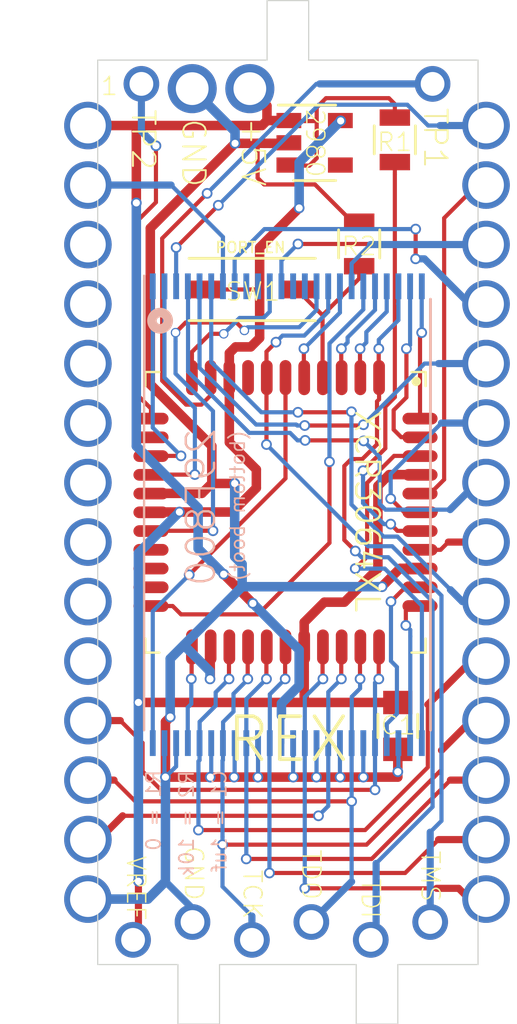
<source format=kicad_pcb>
(kicad_pcb (version 20171130) (host pcbnew 5.1.2-f72e74a~84~ubuntu19.04.1)

  (general
    (thickness 1.6)
    (drawings 40)
    (tracks 659)
    (zones 0)
    (modules 45)
    (nets 51)
  )

  (page A4)
  (layers
    (0 Top signal)
    (31 Bottom signal)
    (32 B.Adhes user hide)
    (33 F.Adhes user hide)
    (34 B.Paste user hide)
    (35 F.Paste user hide)
    (36 B.SilkS user)
    (37 F.SilkS user)
    (38 B.Mask user)
    (39 F.Mask user)
    (40 Dwgs.User user)
    (41 Cmts.User user hide)
    (42 Eco1.User user hide)
    (43 Eco2.User user hide)
    (44 Edge.Cuts user)
    (45 Margin user hide)
    (46 B.CrtYd user hide)
    (47 F.CrtYd user hide)
    (48 B.Fab user hide)
    (49 F.Fab user hide)
  )

  (setup
    (last_trace_width 0.3048)
    (user_trace_width 0.1778)
    (user_trace_width 0.3048)
    (user_trace_width 0.4064)
    (trace_clearance 0.1778)
    (zone_clearance 0.508)
    (zone_45_only no)
    (trace_min 0.1778)
    (via_size 0.4572)
    (via_drill 0.3048)
    (via_min_size 0.381)
    (via_min_drill 0.254)
    (user_via 0.4572 0.3048)
    (user_via 0.5334 0.381)
    (uvia_size 0.3)
    (uvia_drill 0.1)
    (uvias_allowed no)
    (uvia_min_size 0.2)
    (uvia_min_drill 0.1)
    (edge_width 0.05)
    (segment_width 0.2)
    (pcb_text_width 0.3)
    (pcb_text_size 1.5 1.5)
    (mod_edge_width 0.12)
    (mod_text_size 1 1)
    (mod_text_width 0.15)
    (pad_size 1.524 1.524)
    (pad_drill 1.016)
    (pad_to_mask_clearance 0)
    (aux_axis_origin 0 0)
    (visible_elements FFFFFF7F)
    (pcbplotparams
      (layerselection 0x010fc_ffffffff)
      (usegerberextensions false)
      (usegerberattributes false)
      (usegerberadvancedattributes false)
      (creategerberjobfile false)
      (excludeedgelayer true)
      (linewidth 0.100000)
      (plotframeref false)
      (viasonmask false)
      (mode 1)
      (useauxorigin false)
      (hpglpennumber 1)
      (hpglpenspeed 20)
      (hpglpendiameter 15.000000)
      (psnegative false)
      (psa4output false)
      (plotreference true)
      (plotvalue true)
      (plotinvisibletext false)
      (padsonsilk false)
      (subtractmaskfromsilk false)
      (outputformat 1)
      (mirror false)
      (drillshape 1)
      (scaleselection 1)
      (outputdirectory ""))
  )

  (net 0 "")
  (net 1 GND)
  (net 2 +3V3)
  (net 3 /LVA17)
  (net 4 /LVA0)
  (net 5 /AD7)
  (net 6 /AD6)
  (net 7 /AD5)
  (net 8 /AD4)
  (net 9 /+5)
  (net 10 /AD3)
  (net 11 /AD2)
  (net 12 /AD1)
  (net 13 /AD0)
  (net 14 //OE)
  (net 15 /LVA1)
  (net 16 //CE)
  (net 17 /LVA2)
  (net 18 /LVA3)
  (net 19 /LVA4)
  (net 20 /LVA5)
  (net 21 /LVA6)
  (net 22 /LVA7)
  (net 23 /A8)
  (net 24 /LVA18)
  (net 25 /LVA19)
  (net 26 /RY/BY)
  (net 27 //RESET)
  (net 28 //WE)
  (net 29 /A9)
  (net 30 /A10)
  (net 31 /A11)
  (net 32 /A12)
  (net 33 /A13)
  (net 34 /A14)
  (net 35 /LVA15)
  (net 36 /LVA16)
  (net 37 /PORT_EN)
  (net 38 //CS)
  (net 39 /ALE)
  (net 40 //RD)
  (net 41 /TP2)
  (net 42 /TP1)
  (net 43 "Net-(U$8-Pad1)")
  (net 44 "Net-(U$9-Pad1)")
  (net 45 "Net-(U$10-Pad1)")
  (net 46 "Net-(U$11-Pad1)")
  (net 47 "Net-(U$12-Pad1)")
  (net 48 "Net-(U$13-Pad1)")
  (net 49 "Net-(U$14-Pad1)")
  (net 50 "Net-(U$15-Pad1)")

  (net_class Default "This is the default net class."
    (clearance 0.1778)
    (trace_width 0.1778)
    (via_dia 0.4572)
    (via_drill 0.3048)
    (uvia_dia 0.3)
    (uvia_drill 0.1)
    (add_net +3V3)
    (add_net /+5)
    (add_net //CE)
    (add_net //CS)
    (add_net //OE)
    (add_net //RD)
    (add_net //RESET)
    (add_net //WE)
    (add_net /A10)
    (add_net /A11)
    (add_net /A12)
    (add_net /A13)
    (add_net /A14)
    (add_net /A8)
    (add_net /A9)
    (add_net /AD0)
    (add_net /AD1)
    (add_net /AD2)
    (add_net /AD3)
    (add_net /AD4)
    (add_net /AD5)
    (add_net /AD6)
    (add_net /AD7)
    (add_net /ALE)
    (add_net /LVA0)
    (add_net /LVA1)
    (add_net /LVA15)
    (add_net /LVA16)
    (add_net /LVA17)
    (add_net /LVA18)
    (add_net /LVA19)
    (add_net /LVA2)
    (add_net /LVA3)
    (add_net /LVA4)
    (add_net /LVA5)
    (add_net /LVA6)
    (add_net /LVA7)
    (add_net /PORT_EN)
    (add_net /RY/BY)
    (add_net /TP1)
    (add_net /TP2)
    (add_net GND)
    (add_net "Net-(U$10-Pad1)")
    (add_net "Net-(U$11-Pad1)")
    (add_net "Net-(U$12-Pad1)")
    (add_net "Net-(U$13-Pad1)")
    (add_net "Net-(U$14-Pad1)")
    (add_net "Net-(U$15-Pad1)")
    (add_net "Net-(U$8-Pad1)")
    (add_net "Net-(U$9-Pad1)")
  )

  (module Rex_eaglecad6:1X01_REX (layer Top) (tedit 5D122CA0) (tstamp 5D07F011)
    (at 155.6893 90.297 180)
    (path /5EE50C33)
    (fp_text reference U$21 (at -1.3462 -1.8288) (layer Dwgs.User)
      (effects (font (size 1.2065 1.2065) (thickness 0.127)) (justify right bottom))
    )
    (fp_text value PINHD-1X1_REX (at -1.27 3.175) (layer F.Fab)
      (effects (font (size 1.2065 1.2065) (thickness 0.1016)) (justify right bottom))
    )
    (fp_poly (pts (xy -0.254 0.254) (xy 0.254 0.254) (xy 0.254 -0.254) (xy -0.254 -0.254)) (layer F.Fab) (width 0))
    (pad 1 thru_hole circle (at 0 0 180) (size 2.032 2.032) (drill 1.524) (layers *.Cu)
      (net 29 /A9))
  )

  (module Rex_eaglecad6:1X01_REX (layer Top) (tedit 5D122AF9) (tstamp 5D07EFC3)
    (at 138.6713 105.537 180)
    (path /D0458224)
    (fp_text reference U$15 (at -1.3462 -1.8288) (layer Dwgs.User)
      (effects (font (size 1.2065 1.2065) (thickness 0.127)) (justify right bottom))
    )
    (fp_text value PINHD-1X1_REX (at -1.27 3.175) (layer F.Fab)
      (effects (font (size 1.2065 1.2065) (thickness 0.1016)) (justify right bottom))
    )
    (fp_poly (pts (xy -0.254 0.254) (xy 0.254 0.254) (xy 0.254 -0.254) (xy -0.254 -0.254)) (layer F.Fab) (width 0))
    (pad 1 thru_hole circle (at 0 0 180) (size 2.032 2.032) (drill 1.524) (layers *.Cu)
      (net 50 "Net-(U$15-Pad1)"))
  )

  (module Rex_eaglecad6:1X01_REX (layer Top) (tedit 5D122987) (tstamp 5D07EFB6)
    (at 139.0523 87.757 180)
    (path /491AF09A)
    (fp_text reference U$14 (at -1.3462 -1.8288 180) (layer Dwgs.User)
      (effects (font (size 1.2065 1.2065) (thickness 0.127)) (justify left bottom))
    )
    (fp_text value PINHD-1X1_REX (at -1.27 3.175 180) (layer F.Fab)
      (effects (font (size 1.2065 1.2065) (thickness 0.1016)) (justify left bottom))
    )
    (fp_poly (pts (xy -0.254 0.254) (xy 0.254 0.254) (xy 0.254 -0.254) (xy -0.254 -0.254)) (layer F.Fab) (width 0))
    (pad 1 thru_hole circle (at 0.381 0 180) (size 2.032 2.032) (drill 1.524) (layers *.Cu)
      (net 49 "Net-(U$14-Pad1)"))
  )

  (module Rex_eaglecad6:1X01_REX (layer Top) (tedit 5D12291A) (tstamp 5D07EFD0)
    (at 139.0523 85.217 180)
    (path /41A0958E)
    (fp_text reference U$16 (at -1.3462 -1.8288 180) (layer Dwgs.User)
      (effects (font (size 1.2065 1.2065) (thickness 0.127)) (justify left bottom))
    )
    (fp_text value PINHD-1X1_REX (at -1.27 3.175 180) (layer F.Fab)
      (effects (font (size 1.2065 1.2065) (thickness 0.1016)) (justify left bottom))
    )
    (fp_poly (pts (xy -0.254 0.254) (xy 0.254 0.254) (xy 0.254 -0.254) (xy -0.254 -0.254)) (layer F.Fab) (width 0))
    (pad 1 thru_hole circle (at 0.381 0 180) (size 2.032 2.032) (drill 1.524) (layers *.Cu)
      (net 30 /A10))
  )

  (module Rex_eaglecad6:1X01_REX (layer Top) (tedit 5D122E7B) (tstamp 5D0B4439)
    (at 143.129 81.1022 180)
    (path /84E86E02)
    (fp_text reference PRG_GND (at -1.3462 -1.8288) (layer Dwgs.User)
      (effects (font (size 1.2065 1.2065) (thickness 0.127)) (justify right bottom))
    )
    (fp_text value PINHD-1X1_REX (at -1.27 3.175) (layer F.Fab)
      (effects (font (size 1.2065 1.2065) (thickness 0.1016)) (justify right bottom))
    )
    (fp_poly (pts (xy -0.254 0.254) (xy 0.254 0.254) (xy 0.254 -0.254) (xy -0.254 -0.254)) (layer F.Fab) (width 0))
    (pad 1 thru_hole circle (at 0 0 180) (size 2.0955 2.0955) (drill 1.397) (layers *.Cu *.Mask)
      (net 1 GND))
  )

  (module Rex_eaglecad6:1X01_REX (layer Top) (tedit 5D122E87) (tstamp 5D0B4429)
    (at 145.5928 81.1022 180)
    (path /48FA5267)
    (fp_text reference PRG_5V (at -1.3462 -1.8288) (layer Dwgs.User)
      (effects (font (size 1.2065 1.2065) (thickness 0.127)) (justify right bottom))
    )
    (fp_text value PINHD-1X1_REX (at -1.27 3.175) (layer F.Fab)
      (effects (font (size 1.2065 1.2065) (thickness 0.1016)) (justify right bottom))
    )
    (fp_poly (pts (xy -0.254 0.254) (xy 0.254 0.254) (xy 0.254 -0.254) (xy -0.254 -0.254)) (layer F.Fab) (width 0))
    (pad 1 thru_hole circle (at 0 0 180) (size 2.0955 2.0955) (drill 1.397) (layers *.Cu *.Mask)
      (net 9 /+5))
  )

  (module Housings_SSOP:TSOP-I-48_18.4x12mm_Pitch0.5mm (layer Bottom) (tedit 5991F3F1) (tstamp 5D09E59B)
    (at 147.193 99.2886 270)
    (descr "TSOP I, 32 pins, 18.4x8mm body (https://www.micron.com/~/media/documents/products/technical-note/nor-flash/tn1225_land_pad_design.pdf)")
    (tags "TSOP I 32")
    (path /C2DEB937)
    (attr smd)
    (fp_text reference U2 (at -1.58496 -0.44958 90) (layer B.SilkS) hide
      (effects (font (size 1.2065 1.2065) (thickness 0.1016)) (justify left bottom mirror))
    )
    (fp_text value 29F800 (at -3.77698 2.97942 90) (layer B.SilkS)
      (effects (font (size 1.2065 1.2065) (thickness 0.1016)) (justify left bottom mirror))
    )
    (fp_line (start -10.55 -6.25) (end -10.55 6.25) (layer B.CrtYd) (width 0.05))
    (fp_line (start 10.55 -6.25) (end -10.55 -6.25) (layer B.CrtYd) (width 0.05))
    (fp_line (start 10.55 6.25) (end 10.55 -6.25) (layer B.CrtYd) (width 0.05))
    (fp_line (start -10.55 6.25) (end 10.55 6.25) (layer B.CrtYd) (width 0.05))
    (fp_line (start -9.2 -6.12) (end 9.2 -6.12) (layer B.SilkS) (width 0.12))
    (fp_line (start 9.2 6.12) (end -10.2 6.12) (layer B.SilkS) (width 0.1))
    (fp_line (start -8.2 6) (end -9.2 5) (layer B.Fab) (width 0.1))
    (fp_text user %R (at 0 0 90) (layer B.Fab)
      (effects (font (size 1 1) (thickness 0.15)) (justify mirror))
    )
    (fp_line (start 9.2 6) (end 9.2 -6) (layer B.Fab) (width 0.1))
    (fp_line (start 9.2 -6) (end -9.2 -6) (layer B.Fab) (width 0.1))
    (fp_line (start -9.2 -6) (end -9.2 5) (layer B.Fab) (width 0.1))
    (fp_line (start -8.2 6) (end 9.2 6) (layer B.Fab) (width 0.1))
    (pad 1 smd rect (at -9.75 5.75 270) (size 1.1 0.25) (layers Bottom B.Paste B.Mask)
      (net 36 /LVA16))
    (pad 25 smd rect (at 9.75 -5.75 270) (size 1.1 0.25) (layers Bottom B.Paste B.Mask)
      (net 15 /LVA1))
    (pad 2 smd rect (at -9.75 5.25 270) (size 1.1 0.25) (layers Bottom B.Paste B.Mask)
      (net 35 /LVA15))
    (pad 3 smd rect (at -9.75 4.75 270) (size 1.1 0.25) (layers Bottom B.Paste B.Mask)
      (net 34 /A14))
    (pad 4 smd rect (at -9.75 4.25 270) (size 1.1 0.25) (layers Bottom B.Paste B.Mask)
      (net 33 /A13))
    (pad 5 smd rect (at -9.75 3.75 270) (size 1.1 0.25) (layers Bottom B.Paste B.Mask)
      (net 32 /A12))
    (pad 6 smd rect (at -9.75 3.25 270) (size 1.1 0.25) (layers Bottom B.Paste B.Mask)
      (net 31 /A11))
    (pad 7 smd rect (at -9.75 2.75 270) (size 1.1 0.25) (layers Bottom B.Paste B.Mask)
      (net 30 /A10))
    (pad 8 smd rect (at -9.75 2.25 270) (size 1.1 0.25) (layers Bottom B.Paste B.Mask)
      (net 29 /A9))
    (pad 9 smd rect (at -9.75 1.75 270) (size 1.1 0.25) (layers Bottom B.Paste B.Mask))
    (pad 10 smd rect (at -9.75 1.25 270) (size 1.1 0.25) (layers Bottom B.Paste B.Mask))
    (pad 11 smd rect (at -9.75 0.75 270) (size 1.1 0.25) (layers Bottom B.Paste B.Mask)
      (net 28 //WE))
    (pad 12 smd rect (at -9.75 0.25 270) (size 1.1 0.25) (layers Bottom B.Paste B.Mask)
      (net 27 //RESET))
    (pad 13 smd rect (at -9.75 -0.25 270) (size 1.1 0.25) (layers Bottom B.Paste B.Mask))
    (pad 14 smd rect (at -9.75 -0.75 270) (size 1.1 0.25) (layers Bottom B.Paste B.Mask))
    (pad 15 smd rect (at -9.75 -1.25 270) (size 1.1 0.25) (layers Bottom B.Paste B.Mask)
      (net 26 /RY/BY))
    (pad 16 smd rect (at -9.75 -1.75 270) (size 1.1 0.25) (layers Bottom B.Paste B.Mask)
      (net 25 /LVA19))
    (pad 17 smd rect (at -9.75 -2.25 270) (size 1.1 0.25) (layers Bottom B.Paste B.Mask)
      (net 24 /LVA18))
    (pad 18 smd rect (at -9.75 -2.75 270) (size 1.1 0.25) (layers Bottom B.Paste B.Mask)
      (net 23 /A8))
    (pad 19 smd rect (at -9.75 -3.25 270) (size 1.1 0.25) (layers Bottom B.Paste B.Mask)
      (net 22 /LVA7))
    (pad 20 smd rect (at -9.75 -3.75 270) (size 1.1 0.25) (layers Bottom B.Paste B.Mask)
      (net 21 /LVA6))
    (pad 21 smd rect (at -9.75 -4.25 270) (size 1.1 0.25) (layers Bottom B.Paste B.Mask)
      (net 20 /LVA5))
    (pad 22 smd rect (at -9.75 -4.75 270) (size 1.1 0.25) (layers Bottom B.Paste B.Mask)
      (net 19 /LVA4))
    (pad 23 smd rect (at -9.75 -5.25 270) (size 1.1 0.25) (layers Bottom B.Paste B.Mask)
      (net 18 /LVA3))
    (pad 24 smd rect (at -9.75 -5.75 270) (size 1.1 0.25) (layers Bottom B.Paste B.Mask)
      (net 17 /LVA2))
    (pad 26 smd rect (at 9.75 -5.25 270) (size 1.1 0.25) (layers Bottom B.Paste B.Mask)
      (net 16 //CE))
    (pad 27 smd rect (at 9.75 -4.75 270) (size 1.1 0.25) (layers Bottom B.Paste B.Mask)
      (net 1 GND))
    (pad 28 smd rect (at 9.75 -4.25 270) (size 1.1 0.25) (layers Bottom B.Paste B.Mask)
      (net 14 //OE))
    (pad 29 smd rect (at 9.75 -3.75 270) (size 1.1 0.25) (layers Bottom B.Paste B.Mask)
      (net 13 /AD0))
    (pad 30 smd rect (at 9.75 -3.25 270) (size 1.1 0.25) (layers Bottom B.Paste B.Mask)
      (net 1 GND))
    (pad 31 smd rect (at 9.75 -2.75 270) (size 1.1 0.25) (layers Bottom B.Paste B.Mask)
      (net 12 /AD1))
    (pad 32 smd rect (at 9.75 -2.25 270) (size 1.1 0.25) (layers Bottom B.Paste B.Mask)
      (net 1 GND))
    (pad 33 smd rect (at 9.75 -1.75 270) (size 1.1 0.25) (layers Bottom B.Paste B.Mask)
      (net 11 /AD2))
    (pad 34 smd rect (at 9.75 -1.25 270) (size 1.1 0.25) (layers Bottom B.Paste B.Mask)
      (net 1 GND))
    (pad 35 smd rect (at 9.75 -0.75 270) (size 1.1 0.25) (layers Bottom B.Paste B.Mask)
      (net 10 /AD3))
    (pad 36 smd rect (at 9.75 -0.25 270) (size 1.1 0.25) (layers Bottom B.Paste B.Mask)
      (net 1 GND))
    (pad 37 smd rect (at 9.75 0.25 270) (size 1.1 0.25) (layers Bottom B.Paste B.Mask)
      (net 9 /+5))
    (pad 38 smd rect (at 9.75 0.75 270) (size 1.1 0.25) (layers Bottom B.Paste B.Mask)
      (net 8 /AD4))
    (pad 39 smd rect (at 9.75 1.25 270) (size 1.1 0.25) (layers Bottom B.Paste B.Mask)
      (net 1 GND))
    (pad 40 smd rect (at 9.75 1.75 270) (size 1.1 0.25) (layers Bottom B.Paste B.Mask)
      (net 7 /AD5))
    (pad 41 smd rect (at 9.75 2.25 270) (size 1.1 0.25) (layers Bottom B.Paste B.Mask)
      (net 1 GND))
    (pad 42 smd rect (at 9.75 2.75 270) (size 1.1 0.25) (layers Bottom B.Paste B.Mask)
      (net 6 /AD6))
    (pad 43 smd rect (at 9.75 3.25 270) (size 1.1 0.25) (layers Bottom B.Paste B.Mask)
      (net 1 GND))
    (pad 44 smd rect (at 9.75 3.75 270) (size 1.1 0.25) (layers Bottom B.Paste B.Mask)
      (net 5 /AD7))
    (pad 45 smd rect (at 9.75 4.25 270) (size 1.1 0.25) (layers Bottom B.Paste B.Mask)
      (net 4 /LVA0))
    (pad 46 smd rect (at 9.75 4.75 270) (size 1.1 0.25) (layers Bottom B.Paste B.Mask)
      (net 1 GND))
    (pad 47 smd rect (at 9.75 5.25 270) (size 1.1 0.25) (layers Bottom B.Paste B.Mask)
      (net 1 GND))
    (pad 48 smd rect (at 9.75 5.75 270) (size 1.1 0.25) (layers Bottom B.Paste B.Mask)
      (net 3 /LVA17))
    (model ${KISYS3DMOD}/Housings_SSOP.3dshapes/TSOP-I-48_18.4x12mm_Pitch0.5mm.wrl
      (at (xyz 0 0 0))
      (scale (xyz 1 1 1))
      (rotate (xyz 0 0 0))
    )
  )

  (module Rex_eaglecad6:1X01_REX (layer Top) (tedit 5D122B57) (tstamp 5D07EF34)
    (at 138.6713 115.697 180)
    (path /84E86E02)
    (fp_text reference U$4 (at -1.3462 -1.8288) (layer Dwgs.User)
      (effects (font (size 1.2065 1.2065) (thickness 0.127)) (justify right bottom))
    )
    (fp_text value PINHD-1X1_REX (at -1.27 3.175) (layer F.Fab)
      (effects (font (size 1.2065 1.2065) (thickness 0.1016)) (justify right bottom))
    )
    (fp_poly (pts (xy -0.254 0.254) (xy 0.254 0.254) (xy 0.254 -0.254) (xy -0.254 -0.254)) (layer F.Fab) (width 0))
    (pad 1 thru_hole circle (at 0 0 180) (size 2.032 2.032) (drill 1.524) (layers *.Cu)
      (net 1 GND))
  )

  (module Rex_eaglecad6:1X01_REX (layer Top) (tedit 5D122B43) (tstamp 5D07EF41)
    (at 138.6713 113.157 180)
    (path /6A689A17)
    (fp_text reference U$5 (at -1.3462 -1.8288) (layer Dwgs.User)
      (effects (font (size 1.2065 1.2065) (thickness 0.127)) (justify right bottom))
    )
    (fp_text value PINHD-1X1_REX (at -1.27 3.175) (layer F.Fab)
      (effects (font (size 1.2065 1.2065) (thickness 0.1016)) (justify right bottom))
    )
    (fp_poly (pts (xy -0.254 0.254) (xy 0.254 0.254) (xy 0.254 -0.254) (xy -0.254 -0.254)) (layer F.Fab) (width 0))
    (pad 1 thru_hole circle (at 0 0 180) (size 2.032 2.032) (drill 1.524) (layers *.Cu)
      (net 11 /AD2))
  )

  (module Rex_eaglecad6:1X01_REX (layer Top) (tedit 5D122B28) (tstamp 5D07EF4E)
    (at 138.6713 110.617 180)
    (path /371C5F19)
    (fp_text reference U$6 (at -1.3462 -1.8288) (layer Dwgs.User)
      (effects (font (size 1.2065 1.2065) (thickness 0.127)) (justify right bottom))
    )
    (fp_text value PINHD-1X1_REX (at -1.27 3.175) (layer F.Fab)
      (effects (font (size 1.2065 1.2065) (thickness 0.1016)) (justify right bottom))
    )
    (fp_poly (pts (xy -0.254 0.254) (xy 0.254 0.254) (xy 0.254 -0.254) (xy -0.254 -0.254)) (layer F.Fab) (width 0))
    (pad 1 thru_hole circle (at 0 0 180) (size 2.032 2.032) (drill 1.524) (layers *.Cu)
      (net 12 /AD1))
  )

  (module Rex_eaglecad6:1X01_REX (layer Top) (tedit 5D122B10) (tstamp 5D07EF5B)
    (at 138.6713 108.077 180)
    (path /BE1960E8)
    (fp_text reference U$7 (at -1.3462 -1.8288) (layer Dwgs.User)
      (effects (font (size 1.2065 1.2065) (thickness 0.127)) (justify right bottom))
    )
    (fp_text value PINHD-1X1_REX (at -1.27 3.175) (layer F.Fab)
      (effects (font (size 1.2065 1.2065) (thickness 0.1016)) (justify right bottom))
    )
    (fp_poly (pts (xy -0.254 0.254) (xy 0.254 0.254) (xy 0.254 -0.254) (xy -0.254 -0.254)) (layer F.Fab) (width 0))
    (pad 1 thru_hole circle (at 0 0 180) (size 2.032 2.032) (drill 1.524) (layers *.Cu)
      (net 13 /AD0))
  )

  (module Rex_eaglecad6:1X01_REX (layer Top) (tedit 5D12282C) (tstamp 5D07EF68)
    (at 138.6713 95.377 180)
    (path /E90442EA)
    (fp_text reference U$8 (at -1.3462 -1.8288) (layer Dwgs.User)
      (effects (font (size 1.2065 1.2065) (thickness 0.127)) (justify right bottom))
    )
    (fp_text value PINHD-1X1_REX (at -1.27 3.175) (layer F.Fab)
      (effects (font (size 1.2065 1.2065) (thickness 0.1016)) (justify right bottom))
    )
    (fp_poly (pts (xy -0.254 0.254) (xy 0.254 0.254) (xy 0.254 -0.254) (xy -0.254 -0.254)) (layer F.Fab) (width 0))
    (pad 1 thru_hole circle (at 0 0 180) (size 2.032 2.032) (drill 1.524) (layers *.Cu)
      (net 43 "Net-(U$8-Pad1)") (zone_connect 2))
  )

  (module Rex_eaglecad6:1X01_REX (layer Top) (tedit 5D122ADC) (tstamp 5D07EF75)
    (at 138.6713 102.997 180)
    (path /9B8BA149)
    (fp_text reference U$9 (at -1.3462 -1.8288) (layer Dwgs.User)
      (effects (font (size 1.2065 1.2065) (thickness 0.127)) (justify right bottom))
    )
    (fp_text value PINHD-1X1_REX (at -1.27 3.175) (layer F.Fab)
      (effects (font (size 1.2065 1.2065) (thickness 0.1016)) (justify right bottom))
    )
    (fp_poly (pts (xy -0.254 0.254) (xy 0.254 0.254) (xy 0.254 -0.254) (xy -0.254 -0.254)) (layer F.Fab) (width 0))
    (pad 1 thru_hole circle (at 0 0 180) (size 2.032 2.032) (drill 1.524) (layers *.Cu)
      (net 44 "Net-(U$9-Pad1)"))
  )

  (module Rex_eaglecad6:1X01_REX (layer Top) (tedit 5D122A1B) (tstamp 5D07EF82)
    (at 138.6713 92.837 180)
    (path /9B2F7804)
    (fp_text reference U$10 (at -1.3462 -1.8288) (layer Dwgs.User)
      (effects (font (size 1.2065 1.2065) (thickness 0.127)) (justify right bottom))
    )
    (fp_text value PINHD-1X1_REX (at -1.27 3.175) (layer F.Fab)
      (effects (font (size 1.2065 1.2065) (thickness 0.1016)) (justify right bottom))
    )
    (fp_poly (pts (xy -0.254 0.254) (xy 0.254 0.254) (xy 0.254 -0.254) (xy -0.254 -0.254)) (layer F.Fab) (width 0))
    (pad 1 thru_hole circle (at 0 0 180) (size 2.032 2.032) (drill 1.524) (layers *.Cu)
      (net 45 "Net-(U$10-Pad1)"))
  )

  (module Rex_eaglecad6:1X01_REX (layer Top) (tedit 5D122AAA) (tstamp 5D07EF8F)
    (at 138.6713 100.457 180)
    (path /283E49E7)
    (fp_text reference U$11 (at -1.3462 -1.8288) (layer Dwgs.User)
      (effects (font (size 1.2065 1.2065) (thickness 0.127)) (justify right bottom))
    )
    (fp_text value PINHD-1X1_REX (at -1.27 3.175) (layer F.Fab)
      (effects (font (size 1.2065 1.2065) (thickness 0.1016)) (justify right bottom))
    )
    (fp_poly (pts (xy -0.254 0.254) (xy 0.254 0.254) (xy 0.254 -0.254) (xy -0.254 -0.254)) (layer F.Fab) (width 0))
    (pad 1 thru_hole circle (at 0 0 180) (size 2.032 2.032) (drill 1.524) (layers *.Cu)
      (net 46 "Net-(U$11-Pad1)"))
  )

  (module Rex_eaglecad6:1X01_REX (layer Top) (tedit 5D122A8D) (tstamp 5D07EF9C)
    (at 138.6713 97.917 180)
    (path /CB8F9854)
    (fp_text reference U$12 (at -1.3462 -1.8288) (layer Dwgs.User)
      (effects (font (size 1.2065 1.2065) (thickness 0.127)) (justify right bottom))
    )
    (fp_text value PINHD-1X1_REX (at -1.27 3.175) (layer F.Fab)
      (effects (font (size 1.2065 1.2065) (thickness 0.1016)) (justify right bottom))
    )
    (fp_poly (pts (xy -0.254 0.254) (xy 0.254 0.254) (xy 0.254 -0.254) (xy -0.254 -0.254)) (layer F.Fab) (width 0))
    (pad 1 thru_hole circle (at 0 0 180) (size 2.032 2.032) (drill 1.524) (layers *.Cu)
      (net 47 "Net-(U$12-Pad1)"))
  )

  (module Rex_eaglecad6:1X01_REX (layer Top) (tedit 5D1229AC) (tstamp 5D07EFA9)
    (at 138.6713 90.297 180)
    (path /777B985C)
    (fp_text reference U$13 (at -1.3462 -1.8288) (layer Dwgs.User)
      (effects (font (size 1.2065 1.2065) (thickness 0.127)) (justify right bottom))
    )
    (fp_text value PINHD-1X1_REX (at -1.27 3.175) (layer F.Fab)
      (effects (font (size 1.2065 1.2065) (thickness 0.1016)) (justify right bottom))
    )
    (fp_poly (pts (xy -0.254 0.254) (xy 0.254 0.254) (xy 0.254 -0.254) (xy -0.254 -0.254)) (layer F.Fab) (width 0))
    (pad 1 thru_hole circle (at 0 0 180) (size 2.032 2.032) (drill 1.524) (layers *.Cu)
      (net 48 "Net-(U$13-Pad1)"))
  )

  (module Rex_eaglecad6:1X01_REX (layer Top) (tedit 5D1228C6) (tstamp 5D07EFDD)
    (at 138.6713 82.677 180)
    (path /48FA5267)
    (fp_text reference U$17 (at -1.3462 -1.8288) (layer Dwgs.User)
      (effects (font (size 1.2065 1.2065) (thickness 0.127)) (justify right bottom))
    )
    (fp_text value PINHD-1X1_REX (at -1.27 3.175) (layer F.Fab)
      (effects (font (size 1.2065 1.2065) (thickness 0.1016)) (justify right bottom))
    )
    (fp_poly (pts (xy -0.254 0.254) (xy 0.254 0.254) (xy 0.254 -0.254) (xy -0.254 -0.254)) (layer F.Fab) (width 0))
    (pad 1 thru_hole circle (at 0 0 180) (size 2.032 2.032) (drill 1.524) (layers *.Cu)
      (net 9 /+5))
  )

  (module Rex_eaglecad6:1X01_REX (layer Top) (tedit 5D122CEC) (tstamp 5D07EFEA)
    (at 155.6893 82.677 180)
    (path /205CF6AB)
    (fp_text reference U$18 (at -1.3462 -1.8288) (layer Dwgs.User)
      (effects (font (size 1.2065 1.2065) (thickness 0.127)) (justify right bottom))
    )
    (fp_text value PINHD-1X1_REX (at -1.27 3.175) (layer F.Fab)
      (effects (font (size 1.2065 1.2065) (thickness 0.1016)) (justify right bottom))
    )
    (fp_poly (pts (xy -0.254 0.254) (xy 0.254 0.254) (xy 0.254 -0.254) (xy -0.254 -0.254)) (layer F.Fab) (width 0))
    (pad 1 thru_hole circle (at 0 0 180) (size 2.032 2.032) (drill 1.524) (layers *.Cu)
      (net 34 /A14))
  )

  (module Rex_eaglecad6:1X01_REX (layer Top) (tedit 5D122CCD) (tstamp 5D07EFF7)
    (at 155.6893 85.217 180)
    (path /E246D3EE)
    (fp_text reference U$19 (at -1.3462 -1.8288) (layer Dwgs.User)
      (effects (font (size 1.2065 1.2065) (thickness 0.127)) (justify right bottom))
    )
    (fp_text value PINHD-1X1_REX (at -1.27 3.175) (layer F.Fab)
      (effects (font (size 1.2065 1.2065) (thickness 0.1016)) (justify right bottom))
    )
    (fp_poly (pts (xy -0.254 0.254) (xy 0.254 0.254) (xy 0.254 -0.254) (xy -0.254 -0.254)) (layer F.Fab) (width 0))
    (pad 1 thru_hole circle (at 0 0 180) (size 2.032 2.032) (drill 1.524) (layers *.Cu)
      (net 38 //CS))
  )

  (module Rex_eaglecad6:1X01_REX (layer Top) (tedit 5D122CB7) (tstamp 5D07F004)
    (at 155.6893 87.757 180)
    (path /F3FE4F2D)
    (fp_text reference U$20 (at -1.3462 -1.8288) (layer Dwgs.User)
      (effects (font (size 1.2065 1.2065) (thickness 0.127)) (justify right bottom))
    )
    (fp_text value PINHD-1X1_REX (at -1.27 3.175) (layer F.Fab)
      (effects (font (size 1.2065 1.2065) (thickness 0.1016)) (justify right bottom))
    )
    (fp_poly (pts (xy -0.254 0.254) (xy 0.254 0.254) (xy 0.254 -0.254) (xy -0.254 -0.254)) (layer F.Fab) (width 0))
    (pad 1 thru_hole circle (at 0 0 180) (size 2.032 2.032) (drill 1.524) (layers *.Cu)
      (net 23 /A8))
  )

  (module Rex_eaglecad6:1X01_REX (layer Top) (tedit 5D122C80) (tstamp 5D07F01E)
    (at 155.6893 92.837 180)
    (path /D872CB34)
    (fp_text reference U$22 (at -1.3462 -1.8288) (layer Dwgs.User)
      (effects (font (size 1.2065 1.2065) (thickness 0.127)) (justify right bottom))
    )
    (fp_text value PINHD-1X1_REX (at -1.27 3.175) (layer F.Fab)
      (effects (font (size 1.2065 1.2065) (thickness 0.1016)) (justify right bottom))
    )
    (fp_poly (pts (xy -0.254 0.254) (xy 0.254 0.254) (xy 0.254 -0.254) (xy -0.254 -0.254)) (layer F.Fab) (width 0))
    (pad 1 thru_hole circle (at 0 0 180) (size 2.032 2.032) (drill 1.524) (layers *.Cu)
      (net 32 /A12))
  )

  (module Rex_eaglecad6:1X01_REX (layer Top) (tedit 5D122C6E) (tstamp 5D07F02B)
    (at 155.6893 95.377 180)
    (path /026FD684)
    (fp_text reference U$23 (at -1.3462 -1.8288) (layer Dwgs.User)
      (effects (font (size 1.2065 1.2065) (thickness 0.127)) (justify right bottom))
    )
    (fp_text value PINHD-1X1_REX (at -1.27 3.175) (layer F.Fab)
      (effects (font (size 1.2065 1.2065) (thickness 0.1016)) (justify right bottom))
    )
    (fp_poly (pts (xy -0.254 0.254) (xy 0.254 0.254) (xy 0.254 -0.254) (xy -0.254 -0.254)) (layer F.Fab) (width 0))
    (pad 1 thru_hole circle (at 0 0 180) (size 2.032 2.032) (drill 1.524) (layers *.Cu)
      (net 39 /ALE))
  )

  (module Rex_eaglecad6:1X01_REX (layer Top) (tedit 5D122C57) (tstamp 5D07F038)
    (at 155.6893 97.917 180)
    (path /21CD9165)
    (fp_text reference U$24 (at -1.3462 -1.8288) (layer Dwgs.User)
      (effects (font (size 1.2065 1.2065) (thickness 0.127)) (justify right bottom))
    )
    (fp_text value PINHD-1X1_REX (at -1.27 3.175) (layer F.Fab)
      (effects (font (size 1.2065 1.2065) (thickness 0.1016)) (justify right bottom))
    )
    (fp_poly (pts (xy -0.254 0.254) (xy 0.254 0.254) (xy 0.254 -0.254) (xy -0.254 -0.254)) (layer F.Fab) (width 0))
    (pad 1 thru_hole circle (at 0 0 180) (size 2.032 2.032) (drill 1.524) (layers *.Cu)
      (net 33 /A13))
  )

  (module Rex_eaglecad6:1X01_REX (layer Top) (tedit 5D122C1F) (tstamp 5D07F045)
    (at 155.6893 100.457 180)
    (path /6A38334C)
    (fp_text reference U$25 (at -1.3462 -1.8288) (layer Dwgs.User)
      (effects (font (size 1.2065 1.2065) (thickness 0.127)) (justify right bottom))
    )
    (fp_text value PINHD-1X1_REX (at -1.27 3.175) (layer F.Fab)
      (effects (font (size 1.2065 1.2065) (thickness 0.1016)) (justify right bottom))
    )
    (fp_poly (pts (xy -0.254 0.254) (xy 0.254 0.254) (xy 0.254 -0.254) (xy -0.254 -0.254)) (layer F.Fab) (width 0))
    (pad 1 thru_hole circle (at 0 0 180) (size 2.032 2.032) (drill 1.524) (layers *.Cu)
      (net 40 //RD))
  )

  (module Rex_eaglecad6:1X01_REX (layer Top) (tedit 5D122C0A) (tstamp 5D07F052)
    (at 155.6893 102.997 180)
    (path /3C6A4320)
    (fp_text reference U$26 (at -1.3462 -1.8288) (layer Dwgs.User)
      (effects (font (size 1.2065 1.2065) (thickness 0.127)) (justify right bottom))
    )
    (fp_text value PINHD-1X1_REX (at -1.27 3.175) (layer F.Fab)
      (effects (font (size 1.2065 1.2065) (thickness 0.1016)) (justify right bottom))
    )
    (fp_poly (pts (xy -0.254 0.254) (xy 0.254 0.254) (xy 0.254 -0.254) (xy -0.254 -0.254)) (layer F.Fab) (width 0))
    (pad 1 thru_hole circle (at 0 0 180) (size 2.032 2.032) (drill 1.524) (layers *.Cu)
      (net 31 /A11))
  )

  (module Rex_eaglecad6:1X01_REX (layer Top) (tedit 5D122BF6) (tstamp 5D07F05F)
    (at 155.6893 105.537 180)
    (path /370DE473)
    (fp_text reference U$27 (at -1.3462 -1.8288) (layer Dwgs.User)
      (effects (font (size 1.2065 1.2065) (thickness 0.127)) (justify right bottom))
    )
    (fp_text value PINHD-1X1_REX (at -1.27 3.175) (layer F.Fab)
      (effects (font (size 1.2065 1.2065) (thickness 0.1016)) (justify right bottom))
    )
    (fp_poly (pts (xy -0.254 0.254) (xy 0.254 0.254) (xy 0.254 -0.254) (xy -0.254 -0.254)) (layer F.Fab) (width 0))
    (pad 1 thru_hole circle (at 0 0 180) (size 2.032 2.032) (drill 1.524) (layers *.Cu)
      (net 5 /AD7))
  )

  (module Rex_eaglecad6:1X01_REX (layer Top) (tedit 5D122BD1) (tstamp 5D07F06C)
    (at 155.6893 108.077 180)
    (path /73AD1A2B)
    (fp_text reference U$28 (at -1.3462 -1.8288) (layer Dwgs.User)
      (effects (font (size 1.2065 1.2065) (thickness 0.127)) (justify right bottom))
    )
    (fp_text value PINHD-1X1_REX (at -1.27 3.175) (layer F.Fab)
      (effects (font (size 1.2065 1.2065) (thickness 0.1016)) (justify right bottom))
    )
    (fp_poly (pts (xy -0.254 0.254) (xy 0.254 0.254) (xy 0.254 -0.254) (xy -0.254 -0.254)) (layer F.Fab) (width 0))
    (pad 1 thru_hole circle (at 0 0 180) (size 2.032 2.032) (drill 1.524) (layers *.Cu)
      (net 6 /AD6))
  )

  (module Rex_eaglecad6:1X01_REX (layer Top) (tedit 5D122BB9) (tstamp 5D07F079)
    (at 155.6893 110.617 180)
    (path /2E06033A)
    (fp_text reference U$29 (at -1.3462 -1.8288) (layer Dwgs.User)
      (effects (font (size 1.2065 1.2065) (thickness 0.127)) (justify right bottom))
    )
    (fp_text value PINHD-1X1_REX (at -1.27 3.175) (layer F.Fab)
      (effects (font (size 1.2065 1.2065) (thickness 0.1016)) (justify right bottom))
    )
    (fp_poly (pts (xy -0.254 0.254) (xy 0.254 0.254) (xy 0.254 -0.254) (xy -0.254 -0.254)) (layer F.Fab) (width 0))
    (pad 1 thru_hole circle (at 0 0 180) (size 2.032 2.032) (drill 1.524) (layers *.Cu)
      (net 7 /AD5))
  )

  (module Rex_eaglecad6:1X01_REX (layer Top) (tedit 5D122B9C) (tstamp 5D07F086)
    (at 155.6893 113.157 180)
    (path /AF68A1D8)
    (fp_text reference U$30 (at -1.3462 -1.8288) (layer Dwgs.User)
      (effects (font (size 1.2065 1.2065) (thickness 0.127)) (justify right bottom))
    )
    (fp_text value PINHD-1X1_REX (at -1.27 3.175) (layer F.Fab)
      (effects (font (size 1.2065 1.2065) (thickness 0.1016)) (justify right bottom))
    )
    (fp_poly (pts (xy -0.254 0.254) (xy 0.254 0.254) (xy 0.254 -0.254) (xy -0.254 -0.254)) (layer F.Fab) (width 0))
    (pad 1 thru_hole circle (at 0 0 180) (size 2.032 2.032) (drill 1.524) (layers *.Cu)
      (net 8 /AD4))
  )

  (module Rex_eaglecad6:1X01_REX (layer Top) (tedit 5D122B85) (tstamp 5D07F093)
    (at 155.6893 115.697 180)
    (path /F2AE8625)
    (fp_text reference U$31 (at -1.3462 -1.8288) (layer Cmts.User)
      (effects (font (size 1.2065 1.2065) (thickness 0.127)) (justify right bottom))
    )
    (fp_text value PINHD-1X1_REX (at -1.27 3.175) (layer F.Fab)
      (effects (font (size 1.2065 1.2065) (thickness 0.1016)) (justify right bottom))
    )
    (fp_poly (pts (xy -0.254 0.254) (xy 0.254 0.254) (xy 0.254 -0.254) (xy -0.254 -0.254)) (layer F.Fab) (width 0))
    (pad 1 thru_hole circle (at 0 0 180) (size 2.032 2.032) (drill 1.524) (layers *.Cu)
      (net 10 /AD3))
  )

  (module trinamic-footprints:QFP44 (layer Top) (tedit 5AE17863) (tstamp 5D07EEA8)
    (at 147.1168 99.187 270)
    (path /BABD3B23)
    (attr smd)
    (fp_text reference U$1 (at -3.81 -2.54 90) (layer Dwgs.User)
      (effects (font (size 1.2065 1.2065) (thickness 0.1016)) (justify right bottom))
    )
    (fp_text value XCR3064XL-10VQ44 (at -3.81 0 90) (layer Dwgs.User)
      (effects (font (size 1.2065 1.2065) (thickness 0.1016)) (justify right bottom))
    )
    (fp_line (start -6.7 6.7) (end -6.7 -6.7) (layer F.CrtYd) (width 0.1))
    (fp_line (start 6.7 6.7) (end -6.7 6.7) (layer F.CrtYd) (width 0.1))
    (fp_line (start 6.7 -6.7) (end 6.7 6.7) (layer F.CrtYd) (width 0.1))
    (fp_line (start -6.7 -6.7) (end 6.7 -6.7) (layer F.CrtYd) (width 0.1))
    (fp_line (start 5.989 5.989) (end 5.989 5.389) (layer F.SilkS) (width 0.1))
    (fp_line (start 5.389 5.989) (end 5.989 5.989) (layer F.SilkS) (width 0.1))
    (fp_line (start -5.989 5.989) (end -5.989 5.389) (layer F.SilkS) (width 0.1))
    (fp_line (start -5.389 5.989) (end -5.989 5.989) (layer F.SilkS) (width 0.1))
    (fp_line (start 5.989 -5.989) (end 5.989 -5.389) (layer F.SilkS) (width 0.1))
    (fp_line (start 5.389 -5.989) (end 5.989 -5.989) (layer F.SilkS) (width 0.1))
    (fp_line (start -5.989 -5.989) (end -5.389 -5.989) (layer F.SilkS) (width 0.1))
    (fp_line (start -5.989 -5.989) (end -5.989 -5.389) (layer F.SilkS) (width 0.1))
    (fp_circle (center -5.715 -5.715) (end -5.715 -5.815) (layer F.Fab) (width 0.2))
    (fp_circle (center -5.588 -5.588) (end -5.488 -5.588) (layer F.SilkS) (width 0.2))
    (fp_line (start 6 -6) (end -6 -6) (layer F.Fab) (width 0.1))
    (fp_line (start -6 -6) (end -6 6) (layer F.Fab) (width 0.1))
    (fp_line (start -6 6) (end 6 6) (layer F.Fab) (width 0.1))
    (fp_line (start 6 6) (end 6 -6) (layer F.Fab) (width 0.1))
    (fp_text user %R (at 0 0 90) (layer F.Fab)
      (effects (font (size 1 1) (thickness 0.15)))
    )
    (pad 44 smd oval (at -4 -5.75 270) (size 0.5 1.5) (layers Top F.Paste F.Mask)
      (net 17 /LVA2))
    (pad 43 smd oval (at -3.2 -5.75 270) (size 0.5 1.5) (layers Top F.Paste F.Mask)
      (net 18 /LVA3))
    (pad 42 smd oval (at -2.4 -5.75 270) (size 0.5 1.5) (layers Top F.Paste F.Mask)
      (net 15 /LVA1))
    (pad 41 smd oval (at -1.6 -5.75 270) (size 0.5 1.5) (layers Top F.Paste F.Mask)
      (net 2 +3V3))
    (pad 40 smd oval (at -0.8 -5.75 270) (size 0.5 1.5) (layers Top F.Paste F.Mask)
      (net 38 //CS))
    (pad 39 smd oval (at 0 -5.75 270) (size 0.5 1.5) (layers Top F.Paste F.Mask)
      (net 39 /ALE))
    (pad 38 smd oval (at 0.8 -5.75 270) (size 0.5 1.5) (layers Top F.Paste F.Mask)
      (net 27 //RESET))
    (pad 37 smd oval (at 1.6 -5.75 270) (size 0.5 1.5) (layers Top F.Paste F.Mask)
      (net 40 //RD))
    (pad 36 smd oval (at 2.4 -5.75 270) (size 0.5 1.5) (layers Top F.Paste F.Mask)
      (net 1 GND))
    (pad 35 smd oval (at 3.2 -5.75 270) (size 0.5 1.5) (layers Top F.Paste F.Mask)
      (net 14 //OE))
    (pad 34 smd oval (at 4 -5.75 270) (size 0.5 1.5) (layers Top F.Paste F.Mask)
      (net 16 //CE))
    (pad 33 smd oval (at 5.75 -4) (size 0.5 1.5) (layers Top F.Paste F.Mask)
      (net 13 /AD0))
    (pad 32 smd oval (at 5.75 -3.2) (size 0.5 1.5) (layers Top F.Paste F.Mask)
      (net 12 /AD1))
    (pad 31 smd oval (at 5.75 -2.4) (size 0.5 1.5) (layers Top F.Paste F.Mask)
      (net 11 /AD2))
    (pad 30 smd oval (at 5.75 -1.6) (size 0.5 1.5) (layers Top F.Paste F.Mask)
      (net 10 /AD3))
    (pad 29 smd oval (at 5.75 -0.8) (size 0.5 1.5) (layers Top F.Paste F.Mask)
      (net 2 +3V3))
    (pad 28 smd oval (at 5.75 0) (size 0.5 1.5) (layers Top F.Paste F.Mask)
      (net 8 /AD4))
    (pad 27 smd oval (at 5.75 0.8) (size 0.5 1.5) (layers Top F.Paste F.Mask)
      (net 7 /AD5))
    (pad 26 smd oval (at 5.75 1.6) (size 0.5 1.5) (layers Top F.Paste F.Mask)
      (net 6 /AD6))
    (pad 25 smd oval (at 5.75 2.4) (size 0.5 1.5) (layers Top F.Paste F.Mask)
      (net 5 /AD7))
    (pad 24 smd oval (at 5.75 3.2) (size 0.5 1.5) (layers Top F.Paste F.Mask)
      (net 1 GND))
    (pad 23 smd oval (at 5.75 4) (size 0.5 1.5) (layers Top F.Paste F.Mask)
      (net 4 /LVA0))
    (pad 22 smd oval (at 4 5.75 270) (size 0.5 1.5) (layers Top F.Paste F.Mask)
      (net 22 /LVA7))
    (pad 21 smd oval (at 3.2 5.75 270) (size 0.5 1.5) (layers Top F.Paste F.Mask))
    (pad 20 smd oval (at 2.4 5.75 270) (size 0.5 1.5) (layers Top F.Paste F.Mask))
    (pad 19 smd oval (at 1.6 5.75 270) (size 0.5 1.5) (layers Top F.Paste F.Mask))
    (pad 18 smd oval (at 0.8 5.75 270) (size 0.5 1.5) (layers Top F.Paste F.Mask)
      (net 26 /RY/BY))
    (pad 17 smd oval (at 0 5.75 270) (size 0.5 1.5) (layers Top F.Paste F.Mask)
      (net 2 +3V3))
    (pad 16 smd oval (at -0.8 5.75 270) (size 0.5 1.5) (layers Top F.Paste F.Mask)
      (net 1 GND))
    (pad 15 smd oval (at -1.6 5.75 270) (size 0.5 1.5) (layers Top F.Paste F.Mask)
      (net 35 /LVA15))
    (pad 14 smd oval (at -2.4 5.75 270) (size 0.5 1.5) (layers Top F.Paste F.Mask)
      (net 36 /LVA16))
    (pad 13 smd oval (at -3.2 5.75 270) (size 0.5 1.5) (layers Top F.Paste F.Mask))
    (pad 12 smd oval (at -4 5.75 270) (size 0.5 1.5) (layers Top F.Paste F.Mask)
      (net 41 /TP2))
    (pad 11 smd oval (at -5.75 4) (size 0.5 1.5) (layers Top F.Paste F.Mask)
      (net 28 //WE))
    (pad 10 smd oval (at -5.75 3.2) (size 0.5 1.5) (layers Top F.Paste F.Mask)
      (net 42 /TP1))
    (pad 9 smd oval (at -5.75 2.4) (size 0.5 1.5) (layers Top F.Paste F.Mask)
      (net 2 +3V3))
    (pad 8 smd oval (at -5.75 1.6) (size 0.5 1.5) (layers Top F.Paste F.Mask))
    (pad 7 smd oval (at -5.75 0.8) (size 0.5 1.5) (layers Top F.Paste F.Mask)
      (net 25 /LVA19))
    (pad 6 smd oval (at -5.75 0) (size 0.5 1.5) (layers Top F.Paste F.Mask)
      (net 3 /LVA17))
    (pad 5 smd oval (at -5.75 -0.8) (size 0.5 1.5) (layers Top F.Paste F.Mask)
      (net 24 /LVA18))
    (pad 4 smd oval (at -5.75 -1.6) (size 0.5 1.5) (layers Top F.Paste F.Mask)
      (net 37 /PORT_EN))
    (pad 3 smd oval (at -5.75 -2.4) (size 0.5 1.5) (layers Top F.Paste F.Mask)
      (net 21 /LVA6))
    (pad 2 smd oval (at -5.75 -3.2) (size 0.5 1.5) (layers Top F.Paste F.Mask)
      (net 20 /LVA5))
    (pad 1 smd oval (at -5.75 -4) (size 0.5 1.5) (layers Top F.Paste F.Mask)
      (net 19 /LVA4))
  )

  (module Resistors_SMD:R_0805 (layer Top) (tedit 5D09996B) (tstamp 5D099A58)
    (at 150.2664 87.7316 90)
    (descr "Resistor SMD 0805, reflow soldering, Vishay (see dcrcw.pdf)")
    (tags "resistor 0805")
    (attr smd)
    (fp_text reference R2 (at 0 -1.65 90) (layer Dwgs.User)
      (effects (font (size 1 1) (thickness 0.15)))
    )
    (fp_text value R_0805 (at 0 1.75 90) (layer F.Fab)
      (effects (font (size 1 1) (thickness 0.15)))
    )
    (fp_text user %R (at 0 0 90) (layer F.Fab)
      (effects (font (size 0.5 0.5) (thickness 0.075)))
    )
    (fp_line (start -1 0.62) (end -1 -0.62) (layer F.Fab) (width 0.1))
    (fp_line (start 1 0.62) (end -1 0.62) (layer F.Fab) (width 0.1))
    (fp_line (start 1 -0.62) (end 1 0.62) (layer F.Fab) (width 0.1))
    (fp_line (start -1 -0.62) (end 1 -0.62) (layer F.Fab) (width 0.1))
    (fp_line (start 0.6 0.88) (end -0.6 0.88) (layer F.SilkS) (width 0.12))
    (fp_line (start -0.6 -0.88) (end 0.6 -0.88) (layer F.SilkS) (width 0.12))
    (fp_line (start -1.55 -0.9) (end 1.55 -0.9) (layer F.CrtYd) (width 0.05))
    (fp_line (start -1.55 -0.9) (end -1.55 0.9) (layer F.CrtYd) (width 0.05))
    (fp_line (start 1.55 0.9) (end 1.55 -0.9) (layer F.CrtYd) (width 0.05))
    (fp_line (start 1.55 0.9) (end -1.55 0.9) (layer F.CrtYd) (width 0.05))
    (pad 1 smd rect (at -0.95 0 90) (size 0.7 1.3) (layers Top F.Paste F.Mask)
      (net 37 /PORT_EN))
    (pad 2 smd rect (at 0.95 0 90) (size 0.7 1.3) (layers Top F.Paste F.Mask)
      (net 1 GND))
    (model ${KISYS3DMOD}/Resistors_SMD.3dshapes/R_0805.wrl
      (at (xyz 0 0 0))
      (scale (xyz 1 1 1))
      (rotate (xyz 0 0 0))
    )
  )

  (module Rex_eaglecad6:SW_DIP_x1_Slide_Nidec_CHS-01xAx (layer Top) (tedit 5D0998EB) (tstamp 5D09909D)
    (at 145.6944 89.6747 180)
    (descr "1x-dip-switch, Slide, row spacing 5.08 mm (200 mils), Copal_CHS-A")
    (tags "DIP Switch Slide 5.08mm 200mil Copal_CHS-A")
    (attr smd)
    (fp_text reference SW1 (at 0 -2.33) (layer Dwgs.User)
      (effects (font (size 1 1) (thickness 0.15)))
    )
    (fp_text value SW_DIP_x1_Slide_Nidec_CHS-01xAx (at 0 2.33) (layer F.Fab)
      (effects (font (size 1 1) (thickness 0.15)))
    )
    (fp_text user %R (at 2.1 0 90) (layer F.Fab)
      (effects (font (size 0.6 0.6) (thickness 0.15)))
    )
    (fp_line (start 3 -1.6) (end -3 -1.6) (layer F.CrtYd) (width 0.05))
    (fp_line (start 3 1.6) (end 3 -1.6) (layer F.CrtYd) (width 0.05))
    (fp_line (start -3 1.6) (end 3 1.6) (layer F.CrtYd) (width 0.05))
    (fp_line (start -3 -1.6) (end -3 1.6) (layer F.CrtYd) (width 0.05))
    (fp_line (start -2.7 1.33) (end 2.7 1.33) (layer F.SilkS) (width 0.12))
    (fp_line (start -2.7 -1.33) (end 2.7 -1.33) (layer F.SilkS) (width 0.12))
    (fp_line (start 0 -0.25) (end 0 0.25) (layer F.Fab) (width 0.1))
    (fp_line (start 1.5 -0.25) (end -1.5 -0.25) (layer F.Fab) (width 0.1))
    (fp_line (start 1.5 0.25) (end 1.5 -0.25) (layer F.Fab) (width 0.1))
    (fp_line (start -1.5 0.25) (end 1.5 0.25) (layer F.Fab) (width 0.1))
    (fp_line (start -1.5 -0.25) (end -1.5 0.25) (layer F.Fab) (width 0.1))
    (fp_line (start -2.7 -0.25) (end -1.7 -1.25) (layer F.Fab) (width 0.1))
    (fp_line (start -2.7 1.25) (end -2.7 -0.25) (layer F.Fab) (width 0.1))
    (fp_line (start 2.7 1.25) (end -2.7 1.25) (layer F.Fab) (width 0.1))
    (fp_line (start 2.7 -1.25) (end 2.7 1.25) (layer F.Fab) (width 0.1))
    (fp_line (start -1.7 -1.25) (end 2.7 -1.25) (layer F.Fab) (width 0.1))
    (pad 2 smd rect (at 2 0 180) (size 1.6 0.76) (layers Top F.Paste F.Mask)
      (net 2 +3V3))
    (pad 1 smd rect (at -2 0 180) (size 1.6 0.76) (layers Top F.Paste F.Mask)
      (net 37 /PORT_EN))
    (model ${KISYS3DMOD}/Buttons_Switches_SMD.3dshapes/SW_DIP_x1_W5.08mm_Slide_Copal_CHS-A.wrl
      (at (xyz 0 0 0))
      (scale (xyz 1 1 1))
      (rotate (xyz 0 0 0))
    )
  )

  (module TO_SOT_Packages_SMD:SOT-23-5 (layer Top) (tedit 5D09A2F4) (tstamp 5D081D81)
    (at 148.3614 83.4136)
    (descr "5-pin SOT23 package")
    (tags SOT-23-5)
    (attr smd)
    (fp_text reference U3 (at 0 -2.9) (layer Dwgs.User)
      (effects (font (size 1 1) (thickness 0.15)))
    )
    (fp_text value SOT-23-5 (at 0 2.9) (layer F.Fab)
      (effects (font (size 1 1) (thickness 0.15)))
    )
    (fp_text user %R (at 0 0 90) (layer F.Fab)
      (effects (font (size 0.5 0.5) (thickness 0.075)))
    )
    (fp_line (start -0.9 1.61) (end 0.9 1.61) (layer F.SilkS) (width 0.12))
    (fp_line (start 0.9 -1.61) (end -1.55 -1.61) (layer F.SilkS) (width 0.12))
    (fp_line (start -1.9 -1.8) (end 1.9 -1.8) (layer F.CrtYd) (width 0.05))
    (fp_line (start 1.9 -1.8) (end 1.9 1.8) (layer F.CrtYd) (width 0.05))
    (fp_line (start 1.9 1.8) (end -1.9 1.8) (layer F.CrtYd) (width 0.05))
    (fp_line (start -1.9 1.8) (end -1.9 -1.8) (layer F.CrtYd) (width 0.05))
    (fp_line (start -0.9 -0.9) (end -0.25 -1.55) (layer F.Fab) (width 0.1))
    (fp_line (start 0.9 -1.55) (end -0.25 -1.55) (layer F.Fab) (width 0.1))
    (fp_line (start -0.9 -0.9) (end -0.9 1.55) (layer F.Fab) (width 0.1))
    (fp_line (start 0.9 1.55) (end -0.9 1.55) (layer F.Fab) (width 0.1))
    (fp_line (start 0.9 -1.55) (end 0.9 1.55) (layer F.Fab) (width 0.1))
    (pad 1 smd rect (at -1.1 -0.95) (size 1.06 0.65) (layers Top F.Paste F.Mask)
      (net 9 /+5))
    (pad 2 smd rect (at -1.1 0) (size 1.06 0.65) (layers Top F.Paste F.Mask)
      (net 1 GND))
    (pad 3 smd rect (at -1.1 0.95) (size 1.06 0.65) (layers Top F.Paste F.Mask)
      (net 9 /+5))
    (pad 4 smd rect (at 1.1 0.95) (size 1.06 0.65) (layers Top F.Paste F.Mask))
    (pad 5 smd rect (at 1.1 -0.95) (size 1.06 0.65) (layers Top F.Paste F.Mask)
      (net 2 +3V3))
    (model ${KISYS3DMOD}/TO_SOT_Packages_SMD.3dshapes/SOT-23-5.wrl
      (at (xyz 0 0 0))
      (scale (xyz 1 1 1))
      (rotate (xyz 0 0 0))
    )
  )

  (module Resistors_SMD:R_0805 (layer Top) (tedit 5D09A22B) (tstamp 5D0818AE)
    (at 151.7904 83.2866 90)
    (descr "Resistor SMD 0805, reflow soldering, Vishay (see dcrcw.pdf)")
    (tags "resistor 0805")
    (attr smd)
    (fp_text reference R1 (at 0 -1.65 90) (layer Dwgs.User)
      (effects (font (size 1 1) (thickness 0.15)))
    )
    (fp_text value R_0805 (at 0 1.75 90) (layer F.Fab)
      (effects (font (size 1 1) (thickness 0.15)))
    )
    (fp_text user %R (at 0 0 90) (layer F.Fab)
      (effects (font (size 0.5 0.5) (thickness 0.075)))
    )
    (fp_line (start -1 0.62) (end -1 -0.62) (layer F.Fab) (width 0.1))
    (fp_line (start 1 0.62) (end -1 0.62) (layer F.Fab) (width 0.1))
    (fp_line (start 1 -0.62) (end 1 0.62) (layer F.Fab) (width 0.1))
    (fp_line (start -1 -0.62) (end 1 -0.62) (layer F.Fab) (width 0.1))
    (fp_line (start 0.6 0.88) (end -0.6 0.88) (layer F.SilkS) (width 0.12))
    (fp_line (start -0.6 -0.88) (end 0.6 -0.88) (layer F.SilkS) (width 0.12))
    (fp_line (start -1.55 -0.9) (end 1.55 -0.9) (layer F.CrtYd) (width 0.05))
    (fp_line (start -1.55 -0.9) (end -1.55 0.9) (layer F.CrtYd) (width 0.05))
    (fp_line (start 1.55 0.9) (end 1.55 -0.9) (layer F.CrtYd) (width 0.05))
    (fp_line (start 1.55 0.9) (end -1.55 0.9) (layer F.CrtYd) (width 0.05))
    (pad 1 smd rect (at -0.95 0 90) (size 0.7 1.3) (layers Top F.Paste F.Mask)
      (net 27 //RESET))
    (pad 2 smd rect (at 0.95 0 90) (size 0.7 1.3) (layers Top F.Paste F.Mask)
      (net 9 /+5))
    (model ${KISYS3DMOD}/Resistors_SMD.3dshapes/R_0805.wrl
      (at (xyz 0 0 0))
      (scale (xyz 1 1 1))
      (rotate (xyz 0 0 0))
    )
  )

  (module Capacitors_SMD:C_0805 (layer Top) (tedit 58AA8463) (tstamp 5D080F6D)
    (at 151.9174 108.3056 90)
    (descr "Capacitor SMD 0805, reflow soldering, AVX (see smccp.pdf)")
    (tags "capacitor 0805")
    (attr smd)
    (fp_text reference C1 (at 0 -1.5 90) (layer Dwgs.User)
      (effects (font (size 1 1) (thickness 0.15)))
    )
    (fp_text value C_0805 (at 0 1.75 90) (layer F.Fab)
      (effects (font (size 1 1) (thickness 0.15)))
    )
    (fp_text user %R (at 0 -1.5 90) (layer F.Fab)
      (effects (font (size 1 1) (thickness 0.15)))
    )
    (fp_line (start -1 0.62) (end -1 -0.62) (layer F.Fab) (width 0.1))
    (fp_line (start 1 0.62) (end -1 0.62) (layer F.Fab) (width 0.1))
    (fp_line (start 1 -0.62) (end 1 0.62) (layer F.Fab) (width 0.1))
    (fp_line (start -1 -0.62) (end 1 -0.62) (layer F.Fab) (width 0.1))
    (fp_line (start 0.5 -0.85) (end -0.5 -0.85) (layer F.SilkS) (width 0.12))
    (fp_line (start -0.5 0.85) (end 0.5 0.85) (layer F.SilkS) (width 0.12))
    (fp_line (start -1.75 -0.88) (end 1.75 -0.88) (layer F.CrtYd) (width 0.05))
    (fp_line (start -1.75 -0.88) (end -1.75 0.87) (layer F.CrtYd) (width 0.05))
    (fp_line (start 1.75 0.87) (end 1.75 -0.88) (layer F.CrtYd) (width 0.05))
    (fp_line (start 1.75 0.87) (end -1.75 0.87) (layer F.CrtYd) (width 0.05))
    (pad 1 smd rect (at -1 0 90) (size 1 1.25) (layers Top F.Paste F.Mask)
      (net 1 GND))
    (pad 2 smd rect (at 1 0 90) (size 1 1.25) (layers Top F.Paste F.Mask)
      (net 2 +3V3))
    (model Capacitors_SMD.3dshapes/C_0805.wrl
      (at (xyz 0 0 0))
      (scale (xyz 1 1 1))
      (rotate (xyz 0 0 0))
    )
  )

  (module Rex_eaglecad6:1X01 (layer Top) (tedit 5D122F06) (tstamp 5D07EEE6)
    (at 153.3017 116.6749 180)
    (descr "<b>PIN HEADER</b>")
    (path /E3B6720A)
    (fp_text reference TMS1 (at -1.3462 -1.8288) (layer Cmts.User)
      (effects (font (size 1.2065 1.2065) (thickness 0.127)) (justify right bottom))
    )
    (fp_text value PINHD-1X1 (at -1.27 3.175) (layer F.Fab)
      (effects (font (size 1.2065 1.2065) (thickness 0.1016)) (justify right bottom))
    )
    (fp_poly (pts (xy -0.254 0.254) (xy 0.254 0.254) (xy 0.254 -0.254) (xy -0.254 -0.254)) (layer F.Fab) (width 0))
    (pad 1 thru_hole circle (at 0 0 180) (size 1.524 1.524) (drill 1.016) (layers *.Cu *.Mask)
      (net 25 /LVA19))
  )

  (module Rex_eaglecad6:1X01 (layer Top) (tedit 5D122EDA) (tstamp 5D07EEF3)
    (at 145.6817 117.4369 180)
    (descr "<b>PIN HEADER</b>")
    (path /6F8498F9)
    (fp_text reference TCK1 (at -1.3462 -1.8288) (layer Cmts.User)
      (effects (font (size 1.2065 1.2065) (thickness 0.127)) (justify right bottom))
    )
    (fp_text value PINHD-1X1 (at -1.27 3.175) (layer F.Fab)
      (effects (font (size 1.2065 1.2065) (thickness 0.1016)) (justify right bottom))
    )
    (fp_poly (pts (xy -0.254 0.254) (xy 0.254 0.254) (xy 0.254 -0.254) (xy -0.254 -0.254)) (layer F.Fab) (width 0))
    (pad 1 thru_hole circle (at 0 0 180) (size 1.524 1.524) (drill 1.016) (layers *.Cu *.Mask)
      (net 6 /AD6))
  )

  (module Rex_eaglecad6:1X01 (layer Top) (tedit 5D122EF6) (tstamp 5D07EF00)
    (at 150.7617 117.4369 180)
    (descr "<b>PIN HEADER</b>")
    (path /7E2C5476)
    (fp_text reference TDI1 (at -1.3462 -1.8288) (layer Cmts.User)
      (effects (font (size 1.2065 1.2065) (thickness 0.127)) (justify right bottom))
    )
    (fp_text value PINHD-1X1 (at -1.27 3.175) (layer F.Fab)
      (effects (font (size 1.2065 1.2065) (thickness 0.1016)) (justify right bottom))
    )
    (fp_poly (pts (xy -0.254 0.254) (xy 0.254 0.254) (xy 0.254 -0.254) (xy -0.254 -0.254)) (layer F.Fab) (width 0))
    (pad 1 thru_hole circle (at 0 0 180) (size 1.524 1.524) (drill 1.016) (layers *.Cu *.Mask)
      (net 19 /LVA4))
  )

  (module Rex_eaglecad6:1X01 (layer Top) (tedit 5D122EE9) (tstamp 5D07EF0D)
    (at 148.2217 116.6749 180)
    (descr "<b>PIN HEADER</b>")
    (path /DED3DCDB)
    (fp_text reference TDO1 (at -1.3462 -1.8288) (layer Cmts.User)
      (effects (font (size 1.2065 1.2065) (thickness 0.127)) (justify right bottom))
    )
    (fp_text value PINHD-1X1 (at -1.27 3.175) (layer F.Fab)
      (effects (font (size 1.2065 1.2065) (thickness 0.1016)) (justify right bottom))
    )
    (fp_poly (pts (xy -0.254 0.254) (xy 0.254 0.254) (xy 0.254 -0.254) (xy -0.254 -0.254)) (layer F.Fab) (width 0))
    (pad 1 thru_hole circle (at 0 0 180) (size 1.524 1.524) (drill 1.016) (layers *.Cu *.Mask)
      (net 12 /AD1))
  )

  (module Rex_eaglecad6:1X01 (layer Top) (tedit 5D122ED1) (tstamp 5D07EF1A)
    (at 143.1417 116.6749 180)
    (descr "<b>PIN HEADER</b>")
    (path /DB8695AC)
    (fp_text reference GND1 (at -1.3462 -1.8288) (layer Dwgs.User)
      (effects (font (size 1.2065 1.2065) (thickness 0.127)) (justify right bottom))
    )
    (fp_text value PINHD-1X1 (at -1.27 3.175) (layer F.Fab)
      (effects (font (size 1.2065 1.2065) (thickness 0.1016)) (justify right bottom))
    )
    (fp_poly (pts (xy -0.254 0.254) (xy 0.254 0.254) (xy 0.254 -0.254) (xy -0.254 -0.254)) (layer F.Fab) (width 0))
    (pad 1 thru_hole circle (at 0 0 180) (size 1.524 1.524) (drill 1.016) (layers *.Cu *.Mask)
      (net 1 GND))
  )

  (module Rex_eaglecad6:1X01 (layer Top) (tedit 5D122EC7) (tstamp 5D07EF27)
    (at 140.6017 117.4369 180)
    (descr "<b>PIN HEADER</b>")
    (path /45104599)
    (fp_text reference +3V3_1 (at -1.3462 -1.8288) (layer Dwgs.User)
      (effects (font (size 1.2065 1.2065) (thickness 0.127)) (justify right bottom))
    )
    (fp_text value PINHD-1X1 (at -1.27 3.175) (layer F.Fab)
      (effects (font (size 1.2065 1.2065) (thickness 0.1016)) (justify right bottom))
    )
    (fp_poly (pts (xy -0.254 0.254) (xy 0.254 0.254) (xy 0.254 -0.254) (xy -0.254 -0.254)) (layer F.Fab) (width 0))
    (pad 1 thru_hole circle (at 0 0 180) (size 1.524 1.524) (drill 1.016) (layers *.Cu *.Mask)
      (net 2 +3V3))
  )

  (module Rex_eaglecad6:1X01 (layer Top) (tedit 5D122EA1) (tstamp 5D07F0AE)
    (at 140.9573 80.899 180)
    (descr "<b>PIN HEADER</b>")
    (path /93FB0C53)
    (fp_text reference TP2 (at -1.3462 -1.8288) (layer Dwgs.User)
      (effects (font (size 1.2065 1.2065) (thickness 0.127)) (justify right bottom))
    )
    (fp_text value PINHD-1X1 (at -1.27 3.175) (layer F.Fab)
      (effects (font (size 1.2065 1.2065) (thickness 0.1016)) (justify right bottom))
    )
    (fp_poly (pts (xy -0.254 0.254) (xy 0.254 0.254) (xy 0.254 -0.254) (xy -0.254 -0.254)) (layer F.Fab) (width 0))
    (pad 1 thru_hole circle (at 0 0 180) (size 1.524 1.524) (drill 1.016) (layers *.Cu *.Mask)
      (net 41 /TP2))
  )

  (module Rex_eaglecad6:1X01 (layer Top) (tedit 5D122EB4) (tstamp 5D07F0BB)
    (at 153.4033 80.899 180)
    (descr "<b>PIN HEADER</b>")
    (path /E5F42BB8)
    (fp_text reference TP1 (at -1.3462 -1.8288) (layer Dwgs.User)
      (effects (font (size 1.2065 1.2065) (thickness 0.127)) (justify right bottom))
    )
    (fp_text value PINHD-1X1 (at -1.27 3.175) (layer F.Fab)
      (effects (font (size 1.2065 1.2065) (thickness 0.1016)) (justify right bottom))
    )
    (fp_poly (pts (xy -0.254 0.254) (xy 0.254 0.254) (xy 0.254 -0.254) (xy -0.254 -0.254)) (layer F.Fab) (width 0))
    (pad 1 thru_hole circle (at 0 0 180) (size 1.524 1.524) (drill 1.016) (layers *.Cu *.Mask)
      (net 42 /TP1))
  )

  (gr_text "C1 = 1uf" (at 144.2847 112.3696 90) (layer B.SilkS)
    (effects (font (size 0.6096 0.6096) (thickness 0.0762)) (justify mirror))
  )
  (gr_text "R2 = 10k" (at 142.8877 112.4712 90) (layer B.SilkS)
    (effects (font (size 0.6096 0.6096) (thickness 0.0762)) (justify mirror))
  )
  (gr_text "R1 = 0" (at 141.478 111.9124 90) (layer B.SilkS)
    (effects (font (size 0.6096 0.6096) (thickness 0.0762)) (justify mirror))
  )
  (gr_text "(bottom boot)" (at 145.0721 98.9076 90) (layer B.SilkS)
    (effects (font (size 0.6096 0.6096) (thickness 0.0762)) (justify mirror))
  )
  (gr_text PORT_EN (at 145.6182 87.884) (layer F.SilkS)
    (effects (font (size 0.4572 0.4572) (thickness 0.0762)))
  )
  (gr_text +5V (at 145.161 82.2833 -90) (layer F.SilkS) (tstamp 5D0B446C)
    (effects (font (size 0.9652 0.9652) (thickness 0.08128)) (justify left bottom))
  )
  (gr_text GND (at 142.621 82.3214 -90) (layer F.SilkS) (tstamp 5D0B4469)
    (effects (font (size 0.9652 0.9652) (thickness 0.08128)) (justify left bottom))
  )
  (gr_text SW1 (at 146.939 89.3191) (layer F.SilkS) (tstamp 5D0A15B6)
    (effects (font (size 0.77216 0.77216) (thickness 0.065024)) (justify right top))
  )
  (gr_text R2 (at 151.0538 87.376) (layer F.SilkS) (tstamp 5D0A15C8)
    (effects (font (size 0.77216 0.77216) (thickness 0.065024)) (justify right top))
  )
  (gr_line (start 144.2974 121.031) (end 144.2974 118.491) (layer Edge.Cuts) (width 0.05) (tstamp 5D0A00B2))
  (gr_line (start 142.5194 121.031) (end 142.5194 118.491) (layer Edge.Cuts) (width 0.05) (tstamp 5D0A0096))
  (gr_line (start 144.2974 121.031) (end 142.5194 121.031) (layer Edge.Cuts) (width 0.05))
  (gr_line (start 150.1394 118.491) (end 144.2974 118.491) (layer Edge.Cuts) (width 0.05))
  (gr_line (start 150.1394 121.031) (end 150.1394 118.491) (layer Edge.Cuts) (width 0.05))
  (gr_line (start 151.9174 121.031) (end 150.1394 121.031) (layer Edge.Cuts) (width 0.05))
  (gr_line (start 151.9174 118.491) (end 151.9174 121.031) (layer Edge.Cuts) (width 0.05))
  (gr_line (start 139.0904 118.491) (end 142.5194 118.491) (layer Edge.Cuts) (width 0.05))
  (gr_line (start 146.3294 77.343) (end 146.3294 79.883) (layer Edge.Cuts) (width 0.05) (tstamp 5D0A0081))
  (gr_line (start 148.1074 77.343) (end 146.3294 77.343) (layer Edge.Cuts) (width 0.05))
  (gr_line (start 148.1074 79.883) (end 148.1074 77.343) (layer Edge.Cuts) (width 0.05))
  (gr_line (start 139.0904 79.883) (end 146.3294 79.883) (layer Edge.Cuts) (width 0.05))
  (gr_line (start 155.3464 79.883) (end 148.1074 79.883) (layer Edge.Cuts) (width 0.05) (tstamp B26CF620))
  (gr_line (start 155.3464 79.883) (end 155.3464 118.491) (layer Edge.Cuts) (width 0.05) (tstamp B2535330))
  (gr_line (start 155.3464 118.491) (end 151.9174 118.491) (layer Edge.Cuts) (width 0.05) (tstamp B25357E0))
  (gr_line (start 139.0904 118.491) (end 139.0904 79.883) (layer Edge.Cuts) (width 0.05) (tstamp 5D07FE36))
  (gr_circle (center 141.7574 91.0082) (end 141.6126 91.0082) (layer B.SilkS) (width 0.4064) (tstamp B26B0D40))
  (gr_text 1 (at 139.1793 81.4451) (layer F.SilkS) (tstamp B26B1260)
    (effects (font (size 0.77216 0.77216) (thickness 0.065024)) (justify left bottom))
  )
  (gr_text REX (at 144.5006 109.9566) (layer F.SilkS) (tstamp B416F390)
    (effects (font (size 1.83388 1.83388) (thickness 0.154432)) (justify left bottom))
  )
  (gr_text 2980 (at 147.9296 81.915 -90) (layer F.SilkS) (tstamp B416F800)
    (effects (font (size 0.77216 0.77216) (thickness 0.065024)) (justify left bottom))
  )
  (gr_text TP1 (at 152.9588 81.8515 -90) (layer F.SilkS) (tstamp B416D5B0)
    (effects (font (size 0.9652 0.9652) (thickness 0.08128)) (justify left bottom))
  )
  (gr_text TP2 (at 140.4747 81.915 -90) (layer F.SilkS) (tstamp B416DA20)
    (effects (font (size 0.9652 0.9652) (thickness 0.08128)) (justify left bottom))
  )
  (gr_text TMS (at 152.8572 113.5761 -90) (layer F.SilkS) (tstamp B419F2D0)
    (effects (font (size 0.77216 0.77216) (thickness 0.065024)) (justify left bottom))
  )
  (gr_text TDI (at 150.3045 114.7699 -90) (layer F.SilkS) (tstamp B419F7A0)
    (effects (font (size 0.77216 0.77216) (thickness 0.065024)) (justify left bottom))
  )
  (gr_text TCK (at 145.2499 114.3889 -90) (layer F.SilkS) (tstamp B40E64C0)
    (effects (font (size 0.77216 0.77216) (thickness 0.065024)) (justify left bottom))
  )
  (gr_text TDO (at 147.7645 113.5253 -90) (layer F.SilkS) (tstamp B40E6990)
    (effects (font (size 0.77216 0.77216) (thickness 0.065024)) (justify left bottom))
  )
  (gr_text GND (at 142.748 113.3729 -90) (layer F.SilkS) (tstamp B40E6E60)
    (effects (font (size 0.77216 0.77216) (thickness 0.065024)) (justify left bottom))
  )
  (gr_text VREF (at 140.2715 113.792 -90) (layer F.SilkS) (tstamp B4101330)
    (effects (font (size 0.77216 0.77216) (thickness 0.065024)) (justify left bottom))
  )
  (gr_text C1 (at 151.13 108.7374) (layer F.SilkS) (tstamp B4101800)
    (effects (font (size 0.77216 0.77216) (thickness 0.065024)) (justify left bottom))
  )
  (gr_text R1 (at 152.5778 82.931) (layer F.SilkS) (tstamp B4123160)
    (effects (font (size 0.77216 0.77216) (thickness 0.065024)) (justify right top))
  )
  (gr_text XCR3064XL (at 150.0124 94.742 -90) (layer F.SilkS) (tstamp B41B93E0)
    (effects (font (size 1.016 1.016) (thickness 0.1016)) (justify left bottom))
  )

  (via (at 142.1892 107.9246) (size 0.4572) (drill 0.3048) (layers Top Bottom) (net 1))
  (segment (start 141.9468 108.9798) (end 141.9606 108.966) (width 0.1778) (layer Bottom) (net 1) (tstamp B2A77470))
  (segment (start 141.9468 108.9798) (end 141.9468 108.9951) (width 0.1778) (layer Bottom) (net 1) (tstamp B2A77990))
  (segment (start 141.1008 98.3776) (end 141.097 98.3814) (width 0.1778) (layer Top) (net 1) (tstamp B2A82A60))
  (segment (start 141.1004 98.3776) (end 141.097 98.3742) (width 0.1778) (layer Top) (net 1) (tstamp B2A82F50))
  (segment (start 141.1008 98.3776) (end 141.1004 98.3776) (width 0.1778) (layer Top) (net 1) (tstamp B2A83440))
  (segment (start 147.127 83.4365) (end 147.1168 83.4263) (width 0.1778) (layer Top) (net 1) (tstamp B2A83930))
  (segment (start 147.1549 83.4365) (end 147.127 83.4365) (width 0.1778) (layer Top) (net 1) (tstamp B2A83E20))
  (segment (start 147.127 83.4365) (end 147.1295 83.439) (width 0.1778) (layer Top) (net 1) (tstamp B2A84310))
  (segment (start 151.9555 109.1819) (end 151.9546 109.181) (width 0.1778) (layer Top) (net 1) (tstamp B2A89200))
  (segment (start 151.9546 109.181) (end 151.9428 109.181) (width 0.1778) (layer Top) (net 1) (tstamp B2A896F0))
  (segment (start 143.891 106.299) (end 143.9037 106.299) (width 0.1778) (layer Top) (net 1) (tstamp B2A8AFA0))
  (segment (start 143.9008 106.2961) (end 143.9008 105.1776) (width 0.4064) (layer Top) (net 1) (tstamp B2A8B490))
  (segment (start 143.9037 106.299) (end 143.9008 106.2961) (width 0.1778) (layer Top) (net 1) (tstamp B2A8B980))
  (segment (start 143.891 106.299) (end 143.9037 106.3117) (width 0.1778) (layer Top) (net 1) (tstamp B2A8BE70))
  (segment (start 151.2443 102.362) (end 151.2316 102.362) (width 0.3048) (layer Top) (net 1) (tstamp B2A8E5E0))
  (segment (start 152.016 101.5776) (end 153.1008 101.5776) (width 0.4064) (layer Top) (net 1) (tstamp B2A8EAC0))
  (segment (start 151.2316 102.362) (end 152.016 101.5776) (width 0.4064) (layer Top) (net 1) (tstamp B2A8EFB0))
  (via (at 143.891 106.299) (size 0.4572) (drill 0.3048) (layers Top Bottom) (net 1) (tstamp B2A9FC10))
  (via (at 151.2443 102.362) (size 0.4572) (drill 0.3048) (layers Top Bottom) (net 1) (tstamp B2AA0330))
  (segment (start 146.447794 83.4365) (end 147.1549 83.4365) (width 0.4064) (layer Top) (net 1))
  (segment (start 146.2049 83.4365) (end 146.447794 83.4365) (width 0.4064) (layer Top) (net 1))
  (segment (start 145.9255 83.4365) (end 146.2049 83.4365) (width 0.4064) (layer Top) (net 1))
  (segment (start 149.9664 86.7816) (end 150.2664 86.7816) (width 0.1778) (layer Top) (net 1))
  (segment (start 148.3764 85.1916) (end 149.9664 86.7816) (width 0.1778) (layer Top) (net 1))
  (segment (start 145.9255 83.4365) (end 145.9255 84.9147) (width 0.1778) (layer Top) (net 1))
  (segment (start 146.2024 85.1916) (end 148.3764 85.1916) (width 0.1778) (layer Top) (net 1))
  (segment (start 145.9255 84.9147) (end 146.2024 85.1916) (width 0.1778) (layer Top) (net 1))
  (segment (start 145.9468 108.9951) (end 145.94648 108.99542) (width 0.1778) (layer Bottom) (net 1))
  (segment (start 141.986001 110.490001) (end 141.986001 110.490001) (width 0.3048) (layer Bottom) (net 1) (tstamp 5D0A6637))
  (via (at 141.986001 110.490001) (size 0.4572) (drill 0.3048) (layers Top Bottom) (net 1))
  (segment (start 151.9174 110.49) (end 151.9174 110.2614) (width 0.4064) (layer Top) (net 1))
  (segment (start 147.447 110.49) (end 148.4376 110.49) (width 0.4064) (layer Top) (net 1) (tstamp 5D0A663E))
  (via (at 147.447 110.49) (size 0.4572) (drill 0.3048) (layers Top Bottom) (net 1))
  (segment (start 149.4536 110.49) (end 150.4442 110.49) (width 0.4064) (layer Top) (net 1) (tstamp 5D0A6640))
  (via (at 149.4536 110.49) (size 0.4572) (drill 0.3048) (layers Top Bottom) (net 1))
  (segment (start 150.4442 110.49) (end 151.9174 110.49) (width 0.4064) (layer Top) (net 1) (tstamp 5D0A6642))
  (via (at 150.4442 110.49) (size 0.4572) (drill 0.3048) (layers Top Bottom) (net 1))
  (segment (start 142.443 110.033002) (end 141.986001 110.490001) (width 0.1778) (layer Bottom) (net 1))
  (segment (start 142.443 109.0386) (end 142.443 110.033002) (width 0.1778) (layer Bottom) (net 1))
  (segment (start 141.943 110.447) (end 141.986001 110.490001) (width 0.1778) (layer Bottom) (net 1))
  (segment (start 141.943 109.0386) (end 141.943 110.447) (width 0.1778) (layer Bottom) (net 1))
  (segment (start 147.443 110.486) (end 147.447 110.49) (width 0.1778) (layer Bottom) (net 1))
  (segment (start 147.443 109.0386) (end 147.443 110.486) (width 0.1778) (layer Bottom) (net 1))
  (segment (start 148.4376 110.49) (end 149.4536 110.49) (width 0.4064) (layer Top) (net 1) (tstamp 5D0A668F))
  (via (at 148.4376 110.49) (size 0.4572) (drill 0.3048) (layers Top Bottom) (net 1))
  (segment (start 148.443 110.4846) (end 148.4376 110.49) (width 0.1778) (layer Bottom) (net 1))
  (segment (start 148.443 109.0386) (end 148.443 110.4846) (width 0.1778) (layer Bottom) (net 1))
  (segment (start 149.443 110.4794) (end 149.4536 110.49) (width 0.1778) (layer Bottom) (net 1))
  (segment (start 149.443 109.0386) (end 149.443 110.4794) (width 0.1778) (layer Bottom) (net 1))
  (segment (start 150.443 110.4888) (end 150.4442 110.49) (width 0.1778) (layer Bottom) (net 1))
  (segment (start 150.443 109.0386) (end 150.443 110.4888) (width 0.1778) (layer Bottom) (net 1))
  (segment (start 151.9174 110.2614) (end 151.9174 109.3056) (width 0.4064) (layer Top) (net 1) (tstamp 5D0A6692))
  (via (at 151.9174 110.2614) (size 0.4572) (drill 0.3048) (layers Top Bottom) (net 1))
  (segment (start 151.943 110.2358) (end 151.9174 110.2614) (width 0.1778) (layer Bottom) (net 1))
  (segment (start 151.943 109.0386) (end 151.943 110.2358) (width 0.1778) (layer Bottom) (net 1))
  (segment (start 151.2443 102.362) (end 145.2626 102.362) (width 0.4064) (layer Bottom) (net 1))
  (segment (start 141.1008 98.3776) (end 143.5447 98.3776) (width 0.4064) (layer Top) (net 1))
  (segment (start 143.5447 98.3776) (end 143.9672 97.9551) (width 0.4064) (layer Top) (net 1))
  (segment (start 143.9672 97.9551) (end 144.9451 97.9551) (width 0.4064) (layer Top) (net 1))
  (segment (start 144.9451 97.9551) (end 144.9451 97.9551) (width 0.4064) (layer Top) (net 1) (tstamp 5D0AE000))
  (via (at 144.9451 97.9551) (size 0.4572) (drill 0.3048) (layers Top Bottom) (net 1))
  (segment (start 141.986001 108.127799) (end 142.1892 107.9246) (width 0.4064) (layer Top) (net 1))
  (segment (start 141.986001 110.490001) (end 141.986001 108.127799) (width 0.4064) (layer Top) (net 1))
  (segment (start 145.943 109.0386) (end 145.943 110.48269) (width 0.1778) (layer Bottom) (net 1))
  (via (at 145.93569 110.49) (size 0.4572) (drill 0.3048) (layers Top Bottom) (net 1))
  (segment (start 147.447 110.49) (end 145.93569 110.49) (width 0.4064) (layer Top) (net 1))
  (segment (start 145.943 110.48269) (end 145.93569 110.49) (width 0.1778) (layer Bottom) (net 1))
  (via (at 143.903718 110.49) (size 0.4572) (drill 0.3048) (layers Top Bottom) (net 1))
  (segment (start 143.943 109.0386) (end 143.943 110.450718) (width 0.1778) (layer Bottom) (net 1))
  (segment (start 142.309291 110.49) (end 143.580429 110.49) (width 0.4064) (layer Top) (net 1))
  (segment (start 141.986001 110.490001) (end 142.309291 110.49) (width 0.4064) (layer Top) (net 1))
  (segment (start 145.93569 110.49) (end 144.91971 110.49) (width 0.4064) (layer Top) (net 1))
  (via (at 144.91971 110.49) (size 0.4572) (drill 0.3048) (layers Top Bottom) (net 1))
  (segment (start 144.943 110.46671) (end 144.91971 110.49) (width 0.1778) (layer Bottom) (net 1))
  (segment (start 144.943 109.0386) (end 144.943 110.46671) (width 0.1778) (layer Bottom) (net 1))
  (segment (start 143.580429 110.49) (end 143.903718 110.49) (width 0.4064) (layer Top) (net 1))
  (segment (start 143.943 110.450718) (end 143.903718 110.49) (width 0.1778) (layer Bottom) (net 1))
  (segment (start 143.903718 110.49) (end 144.91971 110.49) (width 0.4064) (layer Top) (net 1))
  (segment (start 145.283605 83.436484) (end 144.960316 83.436484) (width 0.4064) (layer Top) (net 1))
  (via (at 144.960316 83.436484) (size 0.4572) (drill 0.3048) (layers Top Bottom) (net 1))
  (segment (start 143.9672 96.3549) (end 141.3383 93.726) (width 0.4064) (layer Top) (net 1))
  (segment (start 143.9672 97.9551) (end 143.9672 96.3549) (width 0.4064) (layer Top) (net 1))
  (segment (start 141.3383 87.0585) (end 144.731717 83.665083) (width 0.4064) (layer Top) (net 1))
  (segment (start 145.9255 83.4365) (end 145.925484 83.436484) (width 0.4064) (layer Top) (net 1))
  (segment (start 141.3383 93.726) (end 141.3383 87.0585) (width 0.4064) (layer Top) (net 1))
  (segment (start 144.731717 83.665083) (end 144.960316 83.436484) (width 0.4064) (layer Top) (net 1))
  (segment (start 145.925484 83.436484) (end 145.283605 83.436484) (width 0.4064) (layer Top) (net 1))
  (segment (start 144.960316 82.933516) (end 143.129 81.1022) (width 0.4064) (layer Bottom) (net 1))
  (segment (start 144.960316 83.436484) (end 144.960316 82.933516) (width 0.4064) (layer Bottom) (net 1))
  (segment (start 142.1892 107.9246) (end 142.1892 105.4354) (width 0.4064) (layer Bottom) (net 1))
  (segment (start 143.891 105.975711) (end 142.7734 104.858111) (width 0.4064) (layer Bottom) (net 1))
  (segment (start 142.7734 104.858111) (end 142.7734 104.8512) (width 0.4064) (layer Bottom) (net 1))
  (segment (start 143.891 106.299) (end 143.891 105.975711) (width 0.4064) (layer Bottom) (net 1))
  (segment (start 142.1892 105.4354) (end 142.7734 104.8512) (width 0.4064) (layer Bottom) (net 1))
  (segment (start 142.7734 104.8512) (end 145.2626 102.362) (width 0.4064) (layer Bottom) (net 1))
  (segment (start 145.2626 101.3968) (end 145.2626 102.362) (width 0.4064) (layer Bottom) (net 1))
  (segment (start 144.9451 97.9551) (end 144.9451 101.0793) (width 0.4064) (layer Bottom) (net 1))
  (segment (start 144.9451 101.0793) (end 145.2626 101.3968) (width 0.4064) (layer Bottom) (net 1))
  (segment (start 141.23416 115.697) (end 138.68439 115.697) (width 0.4064) (layer Bottom) (net 1))
  (segment (start 141.986001 110.490001) (end 141.986001 114.945159) (width 0.4064) (layer Bottom) (net 1))
  (segment (start 141.986001 114.945159) (end 141.23416 115.697) (width 0.4064) (layer Bottom) (net 1))
  (segment (start 143.1417 116.100858) (end 141.986001 114.945159) (width 0.3048) (layer Bottom) (net 1))
  (segment (start 143.1417 116.6749) (end 143.1417 116.100858) (width 0.3048) (layer Bottom) (net 1))
  (segment (start 147.9008 105.1653) (end 147.8915 105.156) (width 0.1778) (layer Top) (net 2) (tstamp B2855710))
  (segment (start 147.9008 105.1653) (end 147.9008 105.1776) (width 0.1778) (layer Top) (net 2) (tstamp B2855C30))
  (segment (start 141.0683 99.1776) (end 141.0589 99.187) (width 0.1778) (layer Top) (net 2) (tstamp B28565F0))
  (segment (start 141.1008 99.1776) (end 141.0683 99.1776) (width 0.1778) (layer Top) (net 2) (tstamp B2856AE0))
  (segment (start 149.7549 82.4865) (end 149.7549 82.49) (width 0.1778) (layer Top) (net 2) (tstamp B2856FD0))
  (segment (start 149.7549 82.49) (end 149.6949 82.55) (width 0.1778) (layer Top) (net 2) (tstamp B28574B0))
  (segment (start 144.7031 93.1799) (end 144.7008 93.1776) (width 0.1778) (layer Top) (net 2) (tstamp B2858D20))
  (segment (start 147.9042 105.1687) (end 147.9008 105.1721) (width 0.3048) (layer Top) (net 2) (tstamp B285EA00))
  (segment (start 147.9008 105.1776) (end 147.9008 105.1721) (width 0.3048) (layer Top) (net 2) (tstamp B285EEF0))
  (segment (start 147.9008 105.1653) (end 147.9042 105.1687) (width 0.3048) (layer Top) (net 2) (tstamp B285F8D0))
  (via (at 140.8303 114.935) (size 0.4572) (drill 0.3048) (layers Top Bottom) (net 2) (tstamp B2869E90))
  (segment (start 149.504434 82.506634) (end 149.4753 82.4775) (width 0.25) (layer Top) (net 2))
  (via (at 142.58289 99.1743) (size 0.4572) (drill 0.3048) (layers Top Bottom) (net 2))
  (segment (start 141.1008 99.1776) (end 141.1041 99.1743) (width 0.3048) (layer Top) (net 2))
  (segment (start 141.1041 99.1743) (end 142.20572 99.1743) (width 0.4064) (layer Top) (net 2))
  (segment (start 142.20572 99.1743) (end 142.58289 99.1743) (width 0.4064) (layer Top) (net 2))
  (segment (start 140.8303 114.935) (end 140.8303 107.3023) (width 0.4064) (layer Bottom) (net 2))
  (via (at 140.8303 107.3023) (size 0.4064) (drill 0.3048) (layers Top Bottom) (net 2))
  (segment (start 151.9141 107.3023) (end 151.9174 107.3056) (width 0.3048) (layer Top) (net 2))
  (segment (start 147.9169 105.9919) (end 147.9169 107.3023) (width 0.4064) (layer Top) (net 2))
  (segment (start 147.9168 105.9918) (end 147.9169 105.9919) (width 0.3048) (layer Top) (net 2))
  (segment (start 147.9168 104.937) (end 147.9168 105.9918) (width 0.4064) (layer Top) (net 2))
  (segment (start 140.8303 107.3023) (end 147.9169 107.3023) (width 0.4064) (layer Top) (net 2))
  (segment (start 147.9169 107.3023) (end 151.9141 107.3023) (width 0.4064) (layer Top) (net 2))
  (segment (start 149.4753 82.4775) (end 149.4614 82.4636) (width 0.25) (layer Top) (net 2) (tstamp 5D0AA5B0))
  (via (at 149.4753 82.4775) (size 0.4572) (drill 0.3048) (layers Top Bottom) (net 2))
  (segment (start 140.8303 100.92689) (end 140.8303 107.3023) (width 0.4064) (layer Bottom) (net 2))
  (segment (start 142.58289 99.1743) (end 140.8303 100.92689) (width 0.4064) (layer Bottom) (net 2))
  (segment (start 144.7168 94.5934) (end 144.7168 93.437) (width 0.4064) (layer Top) (net 2))
  (segment (start 142.58289 99.1743) (end 144.8435 99.1743) (width 0.4064) (layer Top) (net 2))
  (segment (start 145.871182 98.146618) (end 145.871182 97.358204) (width 0.4064) (layer Top) (net 2))
  (segment (start 144.7168 96.203822) (end 144.7168 94.5934) (width 0.4064) (layer Top) (net 2))
  (segment (start 144.8435 99.1743) (end 145.871182 98.146618) (width 0.4064) (layer Top) (net 2))
  (segment (start 145.871182 97.358204) (end 144.7168 96.203822) (width 0.4064) (layer Top) (net 2))
  (segment (start 147.9168 103.8822) (end 147.9168 104.937) (width 0.4064) (layer Top) (net 2))
  (segment (start 149.635274 103.0224) (end 148.7766 103.0224) (width 0.4064) (layer Top) (net 2))
  (segment (start 151.066497 101.591178) (end 149.635274 103.0224) (width 0.4064) (layer Top) (net 2))
  (segment (start 151.066497 98.062181) (end 151.066497 101.591178) (width 0.4064) (layer Top) (net 2))
  (segment (start 148.7766 103.0224) (end 147.9168 103.8822) (width 0.4064) (layer Top) (net 2))
  (segment (start 153.1008 97.5776) (end 151.551078 97.5776) (width 0.4064) (layer Top) (net 2))
  (segment (start 151.551078 97.5776) (end 151.066497 98.062181) (width 0.4064) (layer Top) (net 2))
  (via (at 147.701 86.1949) (size 0.4572) (drill 0.3048) (layers Top Bottom) (net 2))
  (segment (start 147.701 84.2518) (end 149.4753 82.4775) (width 0.4064) (layer Bottom) (net 2))
  (segment (start 147.701 86.1949) (end 147.701 84.2518) (width 0.4064) (layer Bottom) (net 2))
  (segment (start 146.0119 87.884) (end 147.701 86.1949) (width 0.4064) (layer Top) (net 2))
  (segment (start 144.7168 93.437) (end 144.7168 92.3922) (width 0.4064) (layer Top) (net 2))
  (segment (start 144.7168 92.3922) (end 144.9832 92.1258) (width 0.4064) (layer Top) (net 2))
  (segment (start 144.9832 92.1258) (end 145.6309 92.1258) (width 0.4064) (layer Top) (net 2))
  (segment (start 145.6309 92.1258) (end 146.0119 91.7448) (width 0.4064) (layer Top) (net 2))
  (segment (start 143.6944 89.6747) (end 146.0119 89.6747) (width 0.1778) (layer Top) (net 2))
  (segment (start 146.0119 91.7448) (end 146.0119 89.6747) (width 0.4064) (layer Top) (net 2))
  (segment (start 146.0119 89.6747) (end 146.0119 87.884) (width 0.4064) (layer Top) (net 2))
  (segment (start 140.8303 117.2083) (end 140.6017 117.4369) (width 0.3048) (layer Top) (net 2))
  (segment (start 140.8303 114.935) (end 140.8303 117.2083) (width 0.3048) (layer Top) (net 2))
  (via (at 143.002 101.854) (size 0.4572) (drill 0.3048) (layers Top Bottom) (net 3))
  (segment (start 141.443 109.0386) (end 141.443 103.413) (width 0.1778) (layer Bottom) (net 3))
  (segment (start 142.773401 102.082599) (end 143.002 101.854) (width 0.1778) (layer Bottom) (net 3))
  (segment (start 147.1168 97.7392) (end 143.230599 101.625401) (width 0.1778) (layer Top) (net 3))
  (segment (start 143.230599 101.625401) (end 143.002 101.854) (width 0.1778) (layer Top) (net 3))
  (segment (start 147.1168 93.437) (end 147.1168 97.7392) (width 0.1778) (layer Top) (net 3))
  (segment (start 141.443 103.413) (end 142.773401 102.082599) (width 0.1778) (layer Bottom) (net 3))
  (segment (start 143.1008 105.2294) (end 143.1163 105.2449) (width 0.1778) (layer Top) (net 4) (tstamp B270FD10))
  (segment (start 143.1008 105.1776) (end 143.1008 105.2294) (width 0.1778) (layer Top) (net 4) (tstamp B2710200))
  (segment (start 143.1163 105.2449) (end 143.1036 105.2576) (width 0.1778) (layer Top) (net 4) (tstamp B27106F0))
  (segment (start 143.1008 105.1913) (end 143.1036 105.1941) (width 0.1778) (layer Top) (net 4) (tstamp B2710BE0))
  (segment (start 143.1008 105.1776) (end 143.1008 105.1913) (width 0.1778) (layer Top) (net 4) (tstamp B27110D0))
  (segment (start 143.1036 105.1941) (end 143.1036 106.2863) (width 0.1778) (layer Top) (net 4) (tstamp B27115C0))
  (segment (start 143.1036 106.2863) (end 143.0909 106.299) (width 0.1778) (layer Top) (net 4) (tstamp B2711AB0))
  (segment (start 142.9385 107.5182) (end 142.9385 108.9787) (width 0.1778) (layer Bottom) (net 4) (tstamp B2711FA0))
  (segment (start 143.0909 107.3658) (end 142.9385 107.5182) (width 0.1778) (layer Bottom) (net 4) (tstamp B2712490))
  (segment (start 143.0909 106.3117) (end 143.0782 106.3244) (width 0.1778) (layer Bottom) (net 4) (tstamp B2712980))
  (segment (start 143.0909 106.299) (end 143.0909 106.3117) (width 0.1778) (layer Bottom) (net 4) (tstamp B2712E70))
  (segment (start 143.0909 106.3371) (end 143.0909 107.3658) (width 0.1778) (layer Bottom) (net 4) (tstamp B2713360))
  (segment (start 143.0782 106.3244) (end 143.0909 106.3371) (width 0.1778) (layer Bottom) (net 4) (tstamp B2713850))
  (via (at 143.0909 106.299) (size 0.4572) (drill 0.3048) (layers Top Bottom) (net 4) (tstamp B2713D40))
  (segment (start 144.7008 106.296) (end 144.7008 105.1776) (width 0.1778) (layer Top) (net 5) (tstamp B282AA30))
  (segment (start 144.7038 106.299) (end 144.7008 106.296) (width 0.1778) (layer Top) (net 5) (tstamp B282AF20))
  (segment (start 144.1323 106.8705) (end 144.7038 106.299) (width 0.1778) (layer Bottom) (net 5) (tstamp B282B410))
  (segment (start 144.1323 107.442) (end 144.1323 106.8705) (width 0.1778) (layer Bottom) (net 5) (tstamp B282B900))
  (segment (start 143.4465 108.1278) (end 144.1323 107.442) (width 0.1778) (layer Bottom) (net 5) (tstamp B282C2E0))
  (segment (start 143.4465 108.9948) (end 143.4465 108.1278) (width 0.1778) (layer Bottom) (net 5) (tstamp B282C7D0))
  (via (at 144.7038 106.299) (size 0.4572) (drill 0.3048) (layers Top Bottom) (net 5) (tstamp B282EA50))
  (segment (start 143.3957 109.8137) (end 143.443 109.7664) (width 0.1778) (layer Bottom) (net 5))
  (segment (start 143.443 109.7664) (end 143.443 109.0386) (width 0.1778) (layer Bottom) (net 5))
  (via (at 143.3957 112.7506) (size 0.4572) (drill 0.3048) (layers Top Bottom) (net 5))
  (segment (start 143.3957 112.7506) (end 143.3957 109.8137) (width 0.1778) (layer Bottom) (net 5))
  (segment (start 153.2001 110.0709) (end 153.2001 107.39159) (width 0.1778) (layer Top) (net 5))
  (segment (start 153.2001 107.39159) (end 155.05469 105.537) (width 0.3048) (layer Top) (net 5))
  (segment (start 143.3957 112.7506) (end 150.5204 112.7506) (width 0.1778) (layer Top) (net 5))
  (segment (start 150.5204 112.7506) (end 153.2001 110.0709) (width 0.1778) (layer Top) (net 5))
  (segment (start 145.5039 106.299) (end 145.5008 106.3021) (width 0.1778) (layer Top) (net 6) (tstamp B275D050))
  (segment (start 145.5008 106.3021) (end 145.5008 105.1776) (width 0.1778) (layer Top) (net 6) (tstamp B275D540))
  (segment (start 145.5008 106.3021) (end 145.4912 106.3117) (width 0.1778) (layer Top) (net 6) (tstamp B275DA30))
  (segment (start 144.4498 108.966) (end 144.4498 108.1405) (width 0.1778) (layer Bottom) (net 6) (tstamp B275DF20))
  (segment (start 144.4498 108.1405) (end 144.8943 107.696) (width 0.1778) (layer Bottom) (net 6) (tstamp B275E410))
  (segment (start 145.5166 106.3117) (end 145.5039 106.299) (width 0.1778) (layer Bottom) (net 6) (tstamp B275E900))
  (segment (start 144.8943 107.696) (end 144.8943 106.934) (width 0.1778) (layer Bottom) (net 6) (tstamp B275EDF0))
  (segment (start 144.8943 106.934) (end 145.5166 106.3117) (width 0.1778) (layer Bottom) (net 6) (tstamp B275F2E0))
  (via (at 145.5039 106.299) (size 0.4572) (drill 0.3048) (layers Top Bottom) (net 6) (tstamp B2760B10))
  (segment (start 145.6817 116.4209) (end 145.6817 117.4369) (width 0.3048) (layer Bottom) (net 6))
  (segment (start 144.4244 113.3729) (end 144.4244 113.036883) (width 0.1778) (layer Bottom) (net 6))
  (via (at 144.4244 113.3729) (size 0.4572) (drill 0.3048) (layers Top Bottom) (net 6))
  (segment (start 144.424407 113.036876) (end 144.424407 109.784993) (width 0.1778) (layer Bottom) (net 6))
  (segment (start 144.424407 109.784993) (end 144.443 109.7664) (width 0.1778) (layer Bottom) (net 6))
  (segment (start 144.4244 113.036883) (end 144.424407 113.036876) (width 0.1778) (layer Bottom) (net 6))
  (segment (start 144.443 109.7664) (end 144.443 109.0386) (width 0.1778) (layer Bottom) (net 6))
  (segment (start 144.4244 115.1636) (end 145.6817 116.4209) (width 0.1778) (layer Bottom) (net 6))
  (segment (start 144.4244 113.3729) (end 144.4244 115.1636) (width 0.1778) (layer Bottom) (net 6))
  (segment (start 144.4244 113.3729) (end 144.437094 113.360206) (width 0.1778) (layer Top) (net 6))
  (segment (start 144.4244 113.3729) (end 150.5839 113.3729) (width 0.1778) (layer Top) (net 6))
  (segment (start 150.5839 113.3729) (end 153.7843 110.1725) (width 0.1778) (layer Top) (net 6))
  (segment (start 153.7843 109.34739) (end 155.05469 108.077) (width 0.3048) (layer Top) (net 6))
  (segment (start 153.7843 110.1725) (end 153.7843 109.34739) (width 0.1778) (layer Top) (net 6))
  (segment (start 146.3008 106.2958) (end 146.3008 105.1776) (width 0.1778) (layer Top) (net 7) (tstamp B2754410))
  (segment (start 146.304 106.299) (end 146.3008 106.2958) (width 0.1778) (layer Top) (net 7) (tstamp B2754900))
  (segment (start 155.3083 110.617) (end 154.1653 110.617) (width 0.3048) (layer Top) (net 7) (tstamp B27561B0))
  (via (at 146.304 106.299) (size 0.4572) (drill 0.3048) (layers Top Bottom) (net 7) (tstamp B2756B50))
  (segment (start 145.443 107.16) (end 146.304 106.299) (width 0.1778) (layer Bottom) (net 7))
  (segment (start 145.443 109.0386) (end 145.443 107.16) (width 0.1778) (layer Bottom) (net 7))
  (segment (start 145.443 109.0386) (end 145.443 113.9799) (width 0.1778) (layer Bottom) (net 7))
  (segment (start 150.7998 113.9825) (end 154.1653 110.617) (width 0.1778) (layer Top) (net 7))
  (via (at 145.4404 113.9825) (size 0.4572) (drill 0.3048) (layers Top Bottom) (net 7))
  (segment (start 145.4404 113.9825) (end 150.7998 113.9825) (width 0.1778) (layer Top) (net 7))
  (segment (start 147.1008 106.2957) (end 147.1008 105.1776) (width 0.1778) (layer Top) (net 8) (tstamp B274BED0))
  (segment (start 147.1041 106.299) (end 147.1008 106.2957) (width 0.1778) (layer Top) (net 8) (tstamp B274C3C0))
  (segment (start 155.3083 113.157) (end 153.6573 113.157) (width 0.3048) (layer Top) (net 8) (tstamp B274C8B0))
  (via (at 147.1041 106.299) (size 0.4572) (drill 0.3048) (layers Top Bottom) (net 8) (tstamp B274D260))
  (segment (start 146.4468 108.9883) (end 146.4468 106.9563) (width 0.1778) (layer Bottom) (net 8))
  (segment (start 146.837401 106.565699) (end 147.1041 106.299) (width 0.1778) (layer Bottom) (net 8))
  (segment (start 146.4468 106.9563) (end 146.837401 106.565699) (width 0.1778) (layer Bottom) (net 8))
  (segment (start 146.431 114.582398) (end 152.231902 114.582398) (width 0.1778) (layer Top) (net 8))
  (segment (start 152.231902 114.582398) (end 153.6573 113.157) (width 0.1778) (layer Top) (net 8))
  (via (at 146.431 114.582398) (size 0.4572) (drill 0.3048) (layers Top Bottom) (net 8))
  (segment (start 146.431 114.582398) (end 146.431 109.0041) (width 0.1778) (layer Bottom) (net 8))
  (segment (start 147.1549 82.4865) (end 147.1422 82.4992) (width 0.1778) (layer Top) (net 9) (tstamp B2838710))
  (segment (start 147.1422 82.4992) (end 147.1177 82.4747) (width 0.1778) (layer Top) (net 9) (tstamp B2838C00))
  (segment (start 139.0532 82.6779) (end 139.0523 82.677) (width 0.3048) (layer Top) (net 9) (tstamp B283C1A0))
  (segment (start 148.1378 84.3865) (end 147.1549 84.3865) (width 0.1778) (layer Top) (net 9) (tstamp B283CB60))
  (segment (start 148.4503 84.074) (end 148.1378 84.3865) (width 0.1778) (layer Top) (net 9) (tstamp B283D050))
  (segment (start 148.4503 82.4865) (end 148.4503 84.074) (width 0.1778) (layer Top) (net 9) (tstamp B283D9F0))
  (segment (start 148.4503 82.4865) (end 147.1549 82.4865) (width 0.1778) (layer Top) (net 9) (tstamp B283E380))
  (segment (start 151.7904 81.7626) (end 151.7904 82.3366) (width 0.1778) (layer Top) (net 9))
  (segment (start 151.5364 81.5086) (end 151.7904 81.7626) (width 0.1778) (layer Top) (net 9))
  (segment (start 148.848369 81.5086) (end 151.5364 81.5086) (width 0.1778) (layer Top) (net 9))
  (segment (start 148.4503 82.4865) (end 148.4503 81.906669) (width 0.1778) (layer Top) (net 9))
  (segment (start 148.4503 81.906669) (end 148.848369 81.5086) (width 0.1778) (layer Top) (net 9))
  (via (at 145.719802 103.0732) (size 0.4572) (drill 0.3048) (layers Top Bottom) (net 9))
  (segment (start 147.2614 82.4636) (end 146.325 82.4636) (width 0.4064) (layer Top) (net 9))
  (segment (start 146.325 82.4636) (end 146.1116 82.677) (width 0.4064) (layer Top) (net 9))
  (segment (start 140.7414 85.979) (end 140.7414 85.979) (width 0.4064) (layer Bottom) (net 9) (tstamp 5D0A99AB))
  (via (at 140.7414 85.979) (size 0.4572) (drill 0.3048) (layers Top Bottom) (net 9))
  (segment (start 140.7414 85.979) (end 140.7414 82.804) (width 0.4064) (layer Top) (net 9))
  (segment (start 146.1116 82.677) (end 140.8684 82.677) (width 0.4064) (layer Top) (net 9))
  (segment (start 140.7414 82.804) (end 140.8684 82.677) (width 0.4064) (layer Top) (net 9))
  (segment (start 140.8684 82.677) (end 139.49641 82.677) (width 0.4064) (layer Top) (net 9))
  (via (at 144.4752 101.828592) (size 0.4572) (drill 0.3048) (layers Top Bottom) (net 9))
  (segment (start 140.7414 85.979) (end 140.7414 96.360996) (width 0.4064) (layer Bottom) (net 9))
  (segment (start 145.719802 103.0732) (end 144.4752 101.828598) (width 0.4064) (layer Top) (net 9))
  (segment (start 143.382998 100.73639) (end 144.246601 101.599993) (width 0.4064) (layer Bottom) (net 9))
  (segment (start 144.246601 101.599993) (end 144.4752 101.828592) (width 0.4064) (layer Bottom) (net 9))
  (segment (start 144.4752 101.828598) (end 144.4752 101.828592) (width 0.4064) (layer Top) (net 9))
  (segment (start 143.382998 99.002594) (end 143.382998 100.73639) (width 0.4064) (layer Bottom) (net 9))
  (segment (start 140.7414 96.360996) (end 143.382998 99.002594) (width 0.4064) (layer Bottom) (net 9))
  (segment (start 146.325 81.8344) (end 145.5928 81.1022) (width 0.4064) (layer Top) (net 9))
  (segment (start 146.325 82.4636) (end 146.325 81.8344) (width 0.4064) (layer Top) (net 9))
  (segment (start 147.701001 105.054399) (end 147.701001 106.585513) (width 0.4064) (layer Bottom) (net 9))
  (segment (start 146.943 107.343514) (end 146.943 107.8698) (width 0.4064) (layer Bottom) (net 9))
  (segment (start 145.719802 103.0732) (end 147.701001 105.054399) (width 0.4064) (layer Bottom) (net 9))
  (segment (start 147.701001 106.585513) (end 146.943 107.343514) (width 0.4064) (layer Bottom) (net 9))
  (segment (start 146.943 109.0386) (end 146.943 107.8698) (width 0.254) (layer Bottom) (net 9))
  (via (at 147.93976 115.23726) (size 0.4572) (drill 0.3048) (layers Top Bottom) (net 10))
  (segment (start 148.7043 106.3244) (end 148.717 106.3117) (width 0.1778) (layer Top) (net 10) (tstamp B2742660))
  (segment (start 148.717 106.3117) (end 148.717 106.299) (width 0.1778) (layer Top) (net 10) (tstamp B2742B40))
  (segment (start 148.7008 105.1776) (end 148.7008 106.3209) (width 0.1778) (layer Top) (net 10) (tstamp B2743030))
  (segment (start 148.7008 106.3209) (end 148.7043 106.3244) (width 0.1778) (layer Top) (net 10) (tstamp B2743520))
  (via (at 148.717 106.299) (size 0.4572) (drill 0.3048) (layers Top Bottom) (net 10) (tstamp B2745720))
  (segment (start 148.209167 115.23726) (end 147.93976 115.23726) (width 0.1778) (layer Top) (net 10))
  (segment (start 153.577038 115.23726) (end 148.209167 115.23726) (width 0.1778) (layer Top) (net 10))
  (segment (start 147.93976 115.23726) (end 147.93976 109.04184) (width 0.1778) (layer Bottom) (net 10))
  (segment (start 147.943 107.073) (end 148.717 106.299) (width 0.1778) (layer Bottom) (net 10))
  (segment (start 147.943 109.0386) (end 147.943 107.073) (width 0.1778) (layer Bottom) (net 10))
  (segment (start 154.9781 115.697) (end 154.99119 115.697) (width 0.3048) (layer Top) (net 10))
  (segment (start 153.577038 115.23726) (end 154.51836 115.23726) (width 0.3048) (layer Top) (net 10))
  (segment (start 154.51836 115.23726) (end 154.9781 115.697) (width 0.3048) (layer Top) (net 10))
  (segment (start 149.5044 106.3117) (end 149.5044 106.299) (width 0.1778) (layer Top) (net 11) (tstamp B272A500))
  (segment (start 149.5008 105.1776) (end 149.5008 106.3081) (width 0.1778) (layer Top) (net 11) (tstamp B272A9F0))
  (segment (start 149.5008 106.3081) (end 149.5044 106.3117) (width 0.1778) (layer Top) (net 11) (tstamp B272AEE0))
  (via (at 149.5044 106.299) (size 0.4572) (drill 0.3048) (layers Top Bottom) (net 11) (tstamp B272C2A0))
  (segment (start 149.5044 106.299) (end 148.9468 106.8566) (width 0.1778) (layer Bottom) (net 11))
  (segment (start 148.9468 108.484234) (end 148.9468 108.9951) (width 0.1778) (layer Bottom) (net 11))
  (segment (start 148.9468 106.8566) (end 148.9468 108.484234) (width 0.1778) (layer Bottom) (net 11))
  (via (at 148.5265 112.141) (size 0.4572) (drill 0.3048) (layers Top Bottom) (net 11))
  (segment (start 148.9456 111.7219) (end 148.9456 109.0412) (width 0.1778) (layer Bottom) (net 11))
  (segment (start 148.5265 112.141) (end 148.9456 111.7219) (width 0.1778) (layer Bottom) (net 11))
  (segment (start 148.5265 112.141) (end 140.1572 112.141) (width 0.1778) (layer Top) (net 11))
  (segment (start 139.1412 113.157) (end 138.79869 113.157) (width 0.1778) (layer Top) (net 11))
  (segment (start 140.1572 112.141) (end 139.1412 113.157) (width 0.3048) (layer Top) (net 11))
  (segment (start 150.3045 106.3117) (end 150.3045 106.299) (width 0.1778) (layer Top) (net 12) (tstamp B2731890))
  (segment (start 150.3008 105.1776) (end 150.3008 106.308) (width 0.1778) (layer Top) (net 12) (tstamp B2731D80))
  (segment (start 150.3008 106.308) (end 150.3045 106.3117) (width 0.1778) (layer Top) (net 12) (tstamp B2732270))
  (segment (start 150.3045 106.299) (end 150.3045 106.7054) (width 0.1778) (layer Bottom) (net 12) (tstamp B2732760))
  (segment (start 150.3045 106.7054) (end 149.9489 107.061) (width 0.1778) (layer Bottom) (net 12) (tstamp B2732C50))
  (segment (start 149.9489 107.061) (end 149.9489 108.9914) (width 0.1778) (layer Bottom) (net 12) (tstamp B2733B20))
  (via (at 150.3045 106.299) (size 0.4572) (drill 0.3048) (layers Top Bottom) (net 12) (tstamp B27358B0))
  (segment (start 149.943 111.5246) (end 149.943 109.0386) (width 0.1778) (layer Bottom) (net 12) (tstamp 5D0A662F))
  (via (at 149.943 111.5246) (size 0.4572) (drill 0.3048) (layers Top Bottom) (net 12))
  (segment (start 149.943 114.9536) (end 148.2217 116.6749) (width 0.3048) (layer Bottom) (net 12))
  (segment (start 149.943 111.5246) (end 149.943 114.9536) (width 0.1778) (layer Bottom) (net 12))
  (segment (start 149.943 111.5246) (end 140.6965 111.5246) (width 0.1778) (layer Top) (net 12))
  (segment (start 139.7889 110.617) (end 138.79869 110.617) (width 0.3048) (layer Top) (net 12))
  (segment (start 140.6965 111.5246) (end 139.7889 110.617) (width 0.1778) (layer Top) (net 12))
  (segment (start 150.9395 108.9878) (end 150.9395 108.9787) (width 0.1778) (layer Bottom) (net 13) (tstamp B2737680))
  (segment (start 151.1008 105.1776) (end 151.1008 106.2952) (width 0.1778) (layer Top) (net 13) (tstamp B2738060))
  (segment (start 151.1008 106.2952) (end 151.1046 106.299) (width 0.1778) (layer Top) (net 13) (tstamp B2738550))
  (segment (start 139.0523 108.0897) (end 139.0523 108.077) (width 0.1778) (layer Top) (net 13) (tstamp B2739900))
  (via (at 151.1046 106.299) (size 0.4572) (drill 0.3048) (layers Top Bottom) (net 13) (tstamp B273CEB0))
  (segment (start 150.964901 108.962399) (end 150.9395 108.9878) (width 0.1778) (layer Bottom) (net 13))
  (segment (start 150.9395 108.9878) (end 150.9522 109.0005) (width 0.1778) (layer Bottom) (net 13))
  (segment (start 150.943 106.4606) (end 151.1046 106.299) (width 0.1778) (layer Bottom) (net 13))
  (segment (start 150.943 109.0386) (end 150.943 106.4606) (width 0.1778) (layer Bottom) (net 13))
  (segment (start 150.943 109.0386) (end 150.943 111.0326) (width 0.1778) (layer Bottom) (net 13))
  (segment (start 150.943 111.0326) (end 150.943 111.0326) (width 0.1778) (layer Bottom) (net 13) (tstamp 5D0A9531))
  (via (at 150.943 111.0326) (size 0.4572) (drill 0.3048) (layers Top Bottom) (net 13))
  (segment (start 141.792 111.0326) (end 150.943 111.0326) (width 0.1778) (layer Top) (net 13))
  (segment (start 141.0081 110.2487) (end 141.792 111.0326) (width 0.1778) (layer Top) (net 13))
  (segment (start 141.0081 109.0295) (end 141.0081 110.2487) (width 0.1778) (layer Top) (net 13))
  (segment (start 140.0556 108.077) (end 138.79869 108.077) (width 0.3048) (layer Top) (net 13))
  (segment (start 141.0081 109.0295) (end 140.0556 108.077) (width 0.1778) (layer Top) (net 13))
  (via (at 151.6253 102.996996) (size 0.4572) (drill 0.3048) (layers Top Bottom) (net 14))
  (segment (start 151.4468 108.2174) (end 151.8793 107.7849) (width 0.1778) (layer Bottom) (net 14))
  (segment (start 151.4468 108.9951) (end 151.4468 108.2174) (width 0.1778) (layer Bottom) (net 14))
  (segment (start 151.8793 107.7849) (end 151.8793 105.791) (width 0.1778) (layer Bottom) (net 14))
  (segment (start 151.891999 102.730297) (end 151.6253 102.996996) (width 0.1778) (layer Top) (net 14))
  (segment (start 153.1008 102.3776) (end 152.244696 102.3776) (width 0.1778) (layer Top) (net 14))
  (segment (start 151.6253 103.374166) (end 151.6253 102.996996) (width 0.1778) (layer Bottom) (net 14))
  (segment (start 152.244696 102.3776) (end 151.891999 102.730297) (width 0.1778) (layer Top) (net 14))
  (segment (start 151.8793 105.791) (end 151.6253 105.537) (width 0.1778) (layer Bottom) (net 14))
  (segment (start 151.6253 105.537) (end 151.6253 103.374166) (width 0.1778) (layer Bottom) (net 14))
  (segment (start 153.0767 96.7776) (end 153.0731 96.774) (width 0.1778) (layer Top) (net 15) (tstamp B270A4F0))
  (segment (start 153.1008 96.7776) (end 153.0767 96.7776) (width 0.1778) (layer Top) (net 15) (tstamp B270AA10))
  (segment (start 152.9468 103.1755) (end 151.36093 101.58963) (width 0.1778) (layer Bottom) (net 15))
  (segment (start 152.9468 108.9951) (end 152.9468 103.1755) (width 0.1778) (layer Bottom) (net 15))
  (segment (start 150.475333 101.58963) (end 150.098163 101.58963) (width 0.1778) (layer Bottom) (net 15))
  (segment (start 151.36093 101.58963) (end 150.475333 101.58963) (width 0.1778) (layer Bottom) (net 15))
  (via (at 150.098163 101.58963) (size 0.4572) (drill 0.3048) (layers Top Bottom) (net 15))
  (segment (start 153.0767 96.7776) (end 151.758366 96.7776) (width 0.1778) (layer Top) (net 15))
  (segment (start 150.606264 101.081529) (end 150.301362 101.386431) (width 0.1778) (layer Top) (net 15))
  (segment (start 151.758366 96.7776) (end 150.606264 97.929702) (width 0.1778) (layer Top) (net 15))
  (segment (start 150.606264 97.929702) (end 150.606264 101.081529) (width 0.1778) (layer Top) (net 15))
  (segment (start 150.301362 101.386431) (end 150.098163 101.58963) (width 0.1778) (layer Top) (net 15))
  (segment (start 152.4418 108.9951) (end 152.4381 108.9914) (width 0.1778) (layer Bottom) (net 16) (tstamp B2AA0FB0))
  (segment (start 152.4468 108.9951) (end 152.4418 108.9951) (width 0.1778) (layer Bottom) (net 16) (tstamp B2AA14D0))
  (segment (start 152.4508 108.9914) (end 152.4505 108.9914) (width 0.1778) (layer Bottom) (net 16) (tstamp B2AA19C0))
  (segment (start 152.4505 108.9914) (end 152.4468 108.9951) (width 0.1778) (layer Bottom) (net 16) (tstamp B2AA1EB0))
  (segment (start 152.4508 104.4956) (end 152.4508 104.4575) (width 0.1778) (layer Bottom) (net 16) (tstamp B2AA23A0))
  (segment (start 152.4508 104.4956) (end 152.4508 108.9914) (width 0.1778) (layer Bottom) (net 16) (tstamp B2AA2890))
  (segment (start 152.2603 104.013) (end 152.4508 104.2035) (width 0.1778) (layer Bottom) (net 16) (tstamp B2AA2D80))
  (segment (start 152.4508 104.2035) (end 152.4508 104.4956) (width 0.1778) (layer Bottom) (net 16) (tstamp B2AA3260))
  (segment (start 153.1008 103.1776) (end 152.4607 103.1776) (width 0.1778) (layer Top) (net 16) (tstamp B2AA3750))
  (segment (start 152.4607 103.1776) (end 152.2603 103.378) (width 0.1778) (layer Top) (net 16) (tstamp B2AA3C40))
  (segment (start 152.2603 103.378) (end 152.2603 104.013) (width 0.1778) (layer Top) (net 16) (tstamp B2AA4120))
  (via (at 152.2603 104.013) (size 0.4572) (drill 0.3048) (layers Top Bottom) (net 16) (tstamp B2AA45F0))
  (segment (start 152.8668 91.58771) (end 152.933404 91.521106) (width 0.1778) (layer Top) (net 17))
  (segment (start 152.943 89.8942) (end 152.93831 89.89889) (width 0.1778) (layer Bottom) (net 17))
  (via (at 152.93831 91.5162) (size 0.4572) (drill 0.3048) (layers Top Bottom) (net 17))
  (segment (start 152.933404 91.521106) (end 152.93831 91.5162) (width 0.1778) (layer Top) (net 17))
  (segment (start 152.8668 95.187) (end 152.8668 91.58771) (width 0.1778) (layer Top) (net 17))
  (segment (start 152.93831 91.192911) (end 152.93831 91.5162) (width 0.1778) (layer Bottom) (net 17))
  (segment (start 152.93831 89.89889) (end 152.93831 91.192911) (width 0.1778) (layer Bottom) (net 17))
  (segment (start 153.1008 95.9776) (end 152.0608 95.9776) (width 0.1778) (layer Top) (net 18))
  (segment (start 152.443 89.5386) (end 152.443 92.044694) (width 0.1778) (layer Bottom) (net 18))
  (via (at 152.28571 92.201984) (size 0.4572) (drill 0.3048) (layers Top Bottom) (net 18))
  (segment (start 152.443 92.044694) (end 152.28571 92.201984) (width 0.1778) (layer Bottom) (net 18))
  (segment (start 152.0608 95.9776) (end 151.7396 95.6564) (width 0.1778) (layer Top) (net 18))
  (segment (start 152.28571 94.280058) (end 152.28571 92.525273) (width 0.1778) (layer Top) (net 18))
  (segment (start 151.7396 94.826168) (end 152.28571 94.280058) (width 0.1778) (layer Top) (net 18))
  (segment (start 151.7396 95.6564) (end 151.7396 94.826168) (width 0.1778) (layer Top) (net 18))
  (segment (start 152.28571 92.525273) (end 152.28571 92.201984) (width 0.1778) (layer Top) (net 18))
  (segment (start 151.9301 90.2843) (end 151.9301 90.297) (width 0.1778) (layer Bottom) (net 19) (tstamp B2A69550))
  (via (at 151.1046 92.202) (size 0.4572) (drill 0.3048) (layers Top Bottom) (net 19) (tstamp B2A713F0))
  (via (at 150.1013 100.838) (size 0.4572) (drill 0.3048) (layers Top Bottom) (net 19) (tstamp B2A717B0))
  (segment (start 151.943 90.9826) (end 151.943 89.8942) (width 0.1778) (layer Bottom) (net 19))
  (segment (start 151.1046 92.202) (end 151.1046 91.821) (width 0.1778) (layer Bottom) (net 19))
  (segment (start 151.1046 91.821) (end 151.943 90.9826) (width 0.1778) (layer Bottom) (net 19))
  (segment (start 153.4033 111.76) (end 150.9903 114.173) (width 0.1778) (layer Bottom) (net 19))
  (segment (start 151.510999 101.104699) (end 153.4033 102.997) (width 0.1778) (layer Bottom) (net 19))
  (segment (start 150.1013 100.838) (end 150.367999 101.104699) (width 0.1778) (layer Bottom) (net 19))
  (segment (start 153.4033 102.997) (end 153.4033 111.76) (width 0.1778) (layer Bottom) (net 19))
  (segment (start 150.367999 101.104699) (end 151.510999 101.104699) (width 0.1778) (layer Bottom) (net 19))
  (segment (start 151.1008 92.2058) (end 151.1008 93.1776) (width 0.1778) (layer Top) (net 19))
  (segment (start 151.1046 92.202) (end 151.1008 92.2058) (width 0.1778) (layer Top) (net 19))
  (segment (start 151.0985 93.1799) (end 151.0919 93.1799) (width 0.1778) (layer Top) (net 19))
  (segment (start 151.1008 93.1776) (end 151.0985 93.1799) (width 0.1778) (layer Top) (net 19))
  (segment (start 150.402545 96.913701) (end 151.028379 96.287867) (width 0.1778) (layer Top) (net 19))
  (segment (start 150.1013 100.838) (end 149.631399 100.368099) (width 0.1778) (layer Top) (net 19))
  (segment (start 149.631399 100.368099) (end 149.631399 97.209357) (width 0.1778) (layer Top) (net 19))
  (segment (start 151.028379 96.287867) (end 151.028379 94.453221) (width 0.1778) (layer Top) (net 19))
  (segment (start 151.1168 94.3648) (end 151.1168 93.437) (width 0.1778) (layer Top) (net 19))
  (segment (start 149.927055 96.913701) (end 150.402545 96.913701) (width 0.1778) (layer Top) (net 19))
  (segment (start 151.028379 94.453221) (end 151.1168 94.3648) (width 0.1778) (layer Top) (net 19))
  (segment (start 149.631399 97.209357) (end 149.927055 96.913701) (width 0.1778) (layer Top) (net 19))
  (segment (start 150.9903 117.2083) (end 150.7617 117.4369) (width 0.3048) (layer Bottom) (net 19))
  (segment (start 150.9903 114.173) (end 150.9903 117.2083) (width 0.3048) (layer Bottom) (net 19))
  (segment (start 150.3008 92.2057) (end 150.3008 93.1776) (width 0.1778) (layer Top) (net 20) (tstamp B2A72AB0))
  (segment (start 150.3045 92.202) (end 150.3008 92.2057) (width 0.1778) (layer Top) (net 20) (tstamp B2A72FA0))
  (via (at 150.3045 92.202) (size 0.4572) (drill 0.3048) (layers Top Bottom) (net 20) (tstamp B2A73E70))
  (segment (start 151.443 90.622) (end 151.443 89.8942) (width 0.1778) (layer Bottom) (net 20))
  (segment (start 150.571199 91.935301) (end 150.571199 91.493801) (width 0.1778) (layer Bottom) (net 20))
  (segment (start 150.571199 91.493801) (end 151.443 90.622) (width 0.1778) (layer Bottom) (net 20))
  (segment (start 150.3045 92.202) (end 150.571199 91.935301) (width 0.1778) (layer Bottom) (net 20))
  (segment (start 149.5008 92.2056) (end 149.5008 93.1776) (width 0.1778) (layer Top) (net 21) (tstamp B2706110))
  (segment (start 149.5044 92.202) (end 149.5008 92.2056) (width 0.1778) (layer Top) (net 21) (tstamp B2706600))
  (via (at 149.5044 92.202) (size 0.4572) (drill 0.3048) (layers Top Bottom) (net 21) (tstamp B2706FE0))
  (segment (start 149.771099 91.721163) (end 150.943 90.549262) (width 0.1778) (layer Bottom) (net 21))
  (segment (start 150.943 90.549262) (end 150.943 89.8942) (width 0.1778) (layer Bottom) (net 21))
  (segment (start 149.771099 91.935301) (end 149.771099 91.721163) (width 0.1778) (layer Bottom) (net 21))
  (segment (start 149.5044 92.202) (end 149.771099 91.935301) (width 0.1778) (layer Bottom) (net 21))
  (segment (start 150.443 90.530354) (end 148.9964 91.976954) (width 0.1778) (layer Bottom) (net 22))
  (segment (start 150.443 89.5386) (end 150.443 90.530354) (width 0.1778) (layer Bottom) (net 22))
  (segment (start 145.945355 103.543101) (end 148.9964 100.492056) (width 0.1778) (layer Top) (net 22))
  (segment (start 142.650701 103.543101) (end 145.945355 103.543101) (width 0.1778) (layer Top) (net 22))
  (segment (start 141.3668 103.187) (end 142.2946 103.187) (width 0.1778) (layer Top) (net 22))
  (segment (start 142.2946 103.187) (end 142.650701 103.543101) (width 0.1778) (layer Top) (net 22))
  (segment (start 148.9964 100.492056) (end 148.9964 97.028) (width 0.1778) (layer Top) (net 22))
  (segment (start 148.9964 97.028) (end 148.9964 97.028) (width 0.1778) (layer Top) (net 22) (tstamp 5D0AD931))
  (via (at 148.9964 97.028) (size 0.4572) (drill 0.3048) (layers Top Bottom) (net 22))
  (segment (start 148.9964 92.0496) (end 148.9964 97.028) (width 0.1778) (layer Bottom) (net 22))
  (segment (start 148.9964 91.976954) (end 148.9964 92.0496) (width 0.1778) (layer Bottom) (net 22))
  (segment (start 150.749 87.757) (end 155.00469 87.757) (width 0.3048) (layer Bottom) (net 23))
  (segment (start 149.943 88.563) (end 149.943 89.8942) (width 0.1778) (layer Bottom) (net 23))
  (segment (start 150.749 87.757) (end 149.943 88.563) (width 0.1778) (layer Bottom) (net 23))
  (segment (start 147.9042 92.202) (end 147.9008 92.2054) (width 0.1778) (layer Top) (net 24) (tstamp B2688C50))
  (segment (start 147.8788 93.1672) (end 147.8892 93.1776) (width 0.1778) (layer Top) (net 24) (tstamp B268A040))
  (segment (start 147.8892 93.1776) (end 147.9008 93.1776) (width 0.1778) (layer Top) (net 24) (tstamp B268A530))
  (segment (start 147.9008 92.2054) (end 147.9008 93.1452) (width 0.1778) (layer Top) (net 24) (tstamp B26FF620))
  (segment (start 147.9008 93.1452) (end 147.8788 93.1672) (width 0.1778) (layer Top) (net 24) (tstamp B26FFB10))
  (via (at 147.9042 92.202) (size 0.4572) (drill 0.3048) (layers Top Bottom) (net 24) (tstamp B2700000))
  (segment (start 149.443 90.6632) (end 149.443 89.8942) (width 0.1778) (layer Bottom) (net 24))
  (segment (start 147.9042 92.202) (end 149.443 90.6632) (width 0.1778) (layer Bottom) (net 24))
  (segment (start 146.304 93.1672) (end 146.2913 93.1545) (width 0.1778) (layer Top) (net 25) (tstamp B2686130))
  (via (at 146.710404 91.9226) (size 0.4572) (drill 0.3048) (layers Top Bottom) (net 25))
  (segment (start 147.921799 91.643201) (end 146.989803 91.643201) (width 0.1778) (layer Bottom) (net 25))
  (segment (start 146.304 92.329004) (end 146.481805 92.151199) (width 0.1778) (layer Top) (net 25))
  (segment (start 146.304 93.1672) (end 146.304 92.329004) (width 0.1778) (layer Top) (net 25))
  (segment (start 146.989803 91.643201) (end 146.939003 91.694001) (width 0.1778) (layer Bottom) (net 25))
  (segment (start 146.939003 91.694001) (end 146.710404 91.9226) (width 0.1778) (layer Bottom) (net 25))
  (segment (start 148.943 89.8942) (end 148.943 90.622) (width 0.1778) (layer Bottom) (net 25))
  (segment (start 148.943 90.622) (end 147.921799 91.643201) (width 0.1778) (layer Bottom) (net 25))
  (segment (start 146.481805 92.151199) (end 146.710404 91.9226) (width 0.1778) (layer Top) (net 25))
  (via (at 146.304 96.2914) (size 0.4572) (drill 0.3048) (layers Top Bottom) (net 25))
  (segment (start 146.304 96.004032) (end 146.304 96.2914) (width 0.1778) (layer Top) (net 25))
  (segment (start 146.304 93.1672) (end 146.304 96.004032) (width 0.1778) (layer Top) (net 25))
  (segment (start 153.3017 112.8395) (end 153.3017 116.6749) (width 0.3048) (layer Bottom) (net 25))
  (segment (start 150.647412 100.634812) (end 151.676112 100.634812) (width 0.1778) (layer Bottom) (net 25))
  (segment (start 151.676112 100.634812) (end 153.7843 102.743) (width 0.1778) (layer Bottom) (net 25))
  (segment (start 146.304 96.2914) (end 150.647412 100.634812) (width 0.1778) (layer Bottom) (net 25))
  (segment (start 153.7843 112.3569) (end 153.3017 112.8395) (width 0.1778) (layer Bottom) (net 25))
  (segment (start 153.7843 102.743) (end 153.7843 112.3569) (width 0.1778) (layer Bottom) (net 25))
  (segment (start 141.1097 99.9744) (end 141.1065 99.9776) (width 0.1778) (layer Top) (net 26) (tstamp B2831010))
  (segment (start 141.1065 99.9776) (end 141.1008 99.9776) (width 0.1778) (layer Top) (net 26) (tstamp B2831500))
  (segment (start 144.018 99.9744) (end 141.1097 99.9744) (width 0.1778) (layer Top) (net 26) (tstamp B28319F0))
  (via (at 144.018 99.9744) (size 0.4572) (drill 0.3048) (layers Top Bottom) (net 26) (tstamp B2834D90))
  (via (at 145.360615 91.423716) (size 0.4064) (drill 0.3048) (layers Top Bottom) (net 26))
  (via (at 142.41779 91.5162) (size 0.4064) (drill 0.3048) (layers Top Bottom) (net 26))
  (segment (start 147.704674 91.287588) (end 145.496743 91.287588) (width 0.1778) (layer Bottom) (net 26))
  (segment (start 148.443 89.8942) (end 148.443 90.549262) (width 0.1778) (layer Bottom) (net 26))
  (segment (start 145.496743 91.287588) (end 145.360615 91.423716) (width 0.1778) (layer Bottom) (net 26))
  (segment (start 148.443 90.549262) (end 147.704674 91.287588) (width 0.1778) (layer Bottom) (net 26))
  (segment (start 142.620989 91.313001) (end 142.41779 91.5162) (width 0.1778) (layer Top) (net 26))
  (segment (start 142.84959 91.0844) (end 142.620989 91.313001) (width 0.1778) (layer Top) (net 26))
  (segment (start 145.360615 91.423716) (end 145.021299 91.0844) (width 0.1778) (layer Top) (net 26))
  (segment (start 145.021299 91.0844) (end 142.84959 91.0844) (width 0.1778) (layer Top) (net 26))
  (segment (start 142.41779 93.26879) (end 142.41779 91.89337) (width 0.1778) (layer Bottom) (net 26))
  (segment (start 142.41779 91.89337) (end 142.41779 91.5162) (width 0.1778) (layer Bottom) (net 26))
  (segment (start 144.018 99.9744) (end 144.018 94.869) (width 0.1778) (layer Bottom) (net 26))
  (segment (start 144.018 94.869) (end 142.41779 93.26879) (width 0.1778) (layer Bottom) (net 26))
  (segment (start 151.7904 84.7644) (end 151.7904 84.2366) (width 0.1778) (layer Top) (net 27))
  (segment (start 151.7904 87.7316) (end 151.7904 84.7644) (width 0.1778) (layer Top) (net 27))
  (segment (start 153.1008 99.9776) (end 151.900542 99.9776) (width 0.1778) (layer Top) (net 27))
  (via (at 151.612646 99.689704) (size 0.4572) (drill 0.3048) (layers Top Bottom) (net 27))
  (segment (start 151.879345 99.956403) (end 151.612646 99.689704) (width 0.1778) (layer Top) (net 27))
  (segment (start 151.900542 99.9776) (end 151.879345 99.956403) (width 0.1778) (layer Top) (net 27))
  (segment (start 146.943 88.4388) (end 146.943 89.8942) (width 0.1778) (layer Bottom) (net 27))
  (segment (start 147.6502 87.7316) (end 147.6502 87.7316) (width 0.1778) (layer Bottom) (net 27))
  (via (at 150.43151 97.409) (size 0.4572) (drill 0.3048) (layers Top Bottom) (net 27))
  (segment (start 150.43151 98.795936) (end 150.43151 97.696368) (width 0.1778) (layer Bottom) (net 27))
  (segment (start 151.38399 94.678869) (end 151.38399 96.45652) (width 0.1778) (layer Top) (net 27))
  (segment (start 151.38399 96.45652) (end 150.634709 97.205801) (width 0.1778) (layer Top) (net 27))
  (segment (start 150.43151 97.696368) (end 150.43151 97.409) (width 0.1778) (layer Bottom) (net 27))
  (segment (start 151.7904 87.7316) (end 151.7904 94.272459) (width 0.1778) (layer Top) (net 27))
  (segment (start 151.612646 99.689704) (end 151.325278 99.689704) (width 0.1778) (layer Bottom) (net 27))
  (segment (start 151.7904 94.272459) (end 151.38399 94.678869) (width 0.1778) (layer Top) (net 27))
  (segment (start 151.325278 99.689704) (end 150.43151 98.795936) (width 0.1778) (layer Bottom) (net 27))
  (segment (start 150.634709 97.205801) (end 150.43151 97.409) (width 0.1778) (layer Top) (net 27))
  (segment (start 147.6502 87.7316) (end 146.943 88.4388) (width 0.1778) (layer Bottom) (net 27) (tstamp 5D1224D7))
  (via (at 147.6502 87.7316) (size 0.4572) (drill 0.3048) (layers Top Bottom) (net 27))
  (segment (start 147.6502 87.7316) (end 151.7904 87.7316) (width 0.1778) (layer Top) (net 27))
  (segment (start 143.1013 93.1776) (end 143.1036 93.1799) (width 0.1778) (layer Top) (net 28) (tstamp B2721050))
  (segment (start 143.1008 93.1776) (end 143.1013 93.1776) (width 0.1778) (layer Top) (net 28) (tstamp B2721530))
  (segment (start 143.1031 93.1799) (end 143.1036 93.1799) (width 0.1778) (layer Top) (net 28) (tstamp B2721F00))
  (segment (start 143.1008 93.1776) (end 143.1031 93.1799) (width 0.1778) (layer Top) (net 28) (tstamp B27223F0))
  (segment (start 143.1008 93.1776) (end 143.1008 92.94261) (width 0.1778) (layer Top) (net 28))
  (via (at 144.476401 91.566991) (size 0.4064) (drill 0.3048) (layers Top Bottom) (net 28))
  (segment (start 146.443 89.8942) (end 146.443 90.622) (width 0.1778) (layer Bottom) (net 28))
  (segment (start 146.174685 90.890315) (end 145.153077 90.890315) (width 0.1778) (layer Bottom) (net 28))
  (segment (start 144.6796 91.363792) (end 144.476401 91.566991) (width 0.1778) (layer Bottom) (net 28))
  (segment (start 145.153077 90.890315) (end 144.6796 91.363792) (width 0.1778) (layer Bottom) (net 28))
  (segment (start 146.443 90.622) (end 146.174685 90.890315) (width 0.1778) (layer Bottom) (net 28))
  (segment (start 143.1168 93.437) (end 143.1168 92.3412) (width 0.1778) (layer Top) (net 28))
  (segment (start 143.891009 91.566991) (end 144.476401 91.566991) (width 0.1778) (layer Top) (net 28))
  (segment (start 143.1168 92.3412) (end 143.891009 91.566991) (width 0.1778) (layer Top) (net 28))
  (via (at 152.6794 88.3666) (size 0.4572) (drill 0.3048) (layers Top Bottom) (net 29))
  (segment (start 152.6794 87.0966) (end 152.6794 87.0966) (width 0.1778) (layer Bottom) (net 29) (tstamp 5D09ADC7))
  (via (at 152.6794 87.0966) (size 0.4572) (drill 0.3048) (layers Top Bottom) (net 29))
  (segment (start 152.6794 87.0966) (end 152.6794 88.3666) (width 0.1778) (layer Top) (net 29))
  (segment (start 154.98697 90.297) (end 155.00469 90.297) (width 0.1778) (layer Bottom) (net 29))
  (segment (start 152.6794 88.3666) (end 153.05657 88.3666) (width 0.3048) (layer Bottom) (net 29))
  (segment (start 153.05657 88.3666) (end 154.98697 90.297) (width 0.3048) (layer Bottom) (net 29))
  (segment (start 152.6794 87.0966) (end 146.217134 87.0966) (width 0.1778) (layer Bottom) (net 29))
  (segment (start 146.217134 87.0966) (end 144.943 88.370734) (width 0.1778) (layer Bottom) (net 29))
  (segment (start 144.943 88.370734) (end 144.943 89.5386) (width 0.1778) (layer Bottom) (net 29))
  (segment (start 142.2273 85.217) (end 139.0523 85.217) (width 0.3048) (layer Bottom) (net 30) (tstamp B26C1070))
  (segment (start 144.443 87.4327) (end 144.443 89.5386) (width 0.1778) (layer Bottom) (net 30))
  (segment (start 142.2273 85.217) (end 144.443 87.4327) (width 0.1778) (layer Bottom) (net 30))
  (segment (start 154.1653 102.489) (end 154.6733 102.997) (width 0.3048) (layer Bottom) (net 31) (tstamp B28B7920))
  (segment (start 154.6733 102.997) (end 155.3083 102.997) (width 0.3048) (layer Bottom) (net 31) (tstamp B28B7DF0))
  (segment (start 146.084968 94.916668) (end 147.325307 94.916668) (width 0.1778) (layer Bottom) (net 31))
  (segment (start 143.943 89.8942) (end 143.943 92.7747) (width 0.1778) (layer Bottom) (net 31))
  (via (at 147.648596 94.916668) (size 0.4572) (drill 0.3048) (layers Top Bottom) (net 31))
  (segment (start 147.325307 94.916668) (end 147.648596 94.916668) (width 0.1778) (layer Bottom) (net 31))
  (segment (start 143.943 92.7747) (end 146.084968 94.916668) (width 0.1778) (layer Bottom) (net 31))
  (segment (start 154.1653 102.489) (end 151.899405 100.223105) (width 0.1778) (layer Bottom) (net 31))
  (segment (start 149.9362 95.217689) (end 149.9362 94.8944) (width 0.1778) (layer Bottom) (net 31))
  (segment (start 151.899405 100.223105) (end 151.30454 100.223105) (width 0.1778) (layer Bottom) (net 31))
  (segment (start 151.30454 100.223105) (end 149.9362 98.854765) (width 0.1778) (layer Bottom) (net 31))
  (segment (start 149.9362 98.854765) (end 149.9362 95.217689) (width 0.1778) (layer Bottom) (net 31))
  (via (at 149.9362 94.8944) (size 0.4572) (drill 0.3048) (layers Top Bottom) (net 31))
  (segment (start 149.913932 94.916668) (end 149.9362 94.8944) (width 0.1778) (layer Top) (net 31))
  (segment (start 147.648596 94.916668) (end 149.913932 94.916668) (width 0.1778) (layer Top) (net 31))
  (segment (start 155.3083 92.837) (end 153.6573 92.837) (width 0.3048) (layer Bottom) (net 32) (tstamp B2554380))
  (via (at 147.939005 95.481383) (size 0.4572) (drill 0.3048) (layers Top Bottom) (net 32))
  (segment (start 143.443 89.8942) (end 143.443 93.024) (width 0.1778) (layer Bottom) (net 32))
  (segment (start 147.574821 95.440488) (end 147.615716 95.481383) (width 0.1778) (layer Bottom) (net 32))
  (segment (start 145.859488 95.440488) (end 147.574821 95.440488) (width 0.1778) (layer Bottom) (net 32))
  (segment (start 143.443 93.024) (end 145.859488 95.440488) (width 0.1778) (layer Bottom) (net 32))
  (segment (start 147.615716 95.481383) (end 147.939005 95.481383) (width 0.1778) (layer Bottom) (net 32))
  (via (at 150.450171 95.447972) (size 0.4572) (drill 0.3048) (layers Top Bottom) (net 32))
  (segment (start 147.939005 95.481383) (end 150.41676 95.481383) (width 0.1778) (layer Top) (net 32))
  (segment (start 153.6573 92.837) (end 153.061143 92.837) (width 0.1778) (layer Bottom) (net 32))
  (segment (start 150.67877 95.219373) (end 150.450171 95.447972) (width 0.1778) (layer Bottom) (net 32))
  (segment (start 150.41676 95.481383) (end 150.450171 95.447972) (width 0.1778) (layer Top) (net 32))
  (segment (start 153.061143 92.837) (end 150.67877 95.219373) (width 0.1778) (layer Bottom) (net 32))
  (segment (start 147.9296 96.08927) (end 147.956484 96.116154) (width 0.1778) (layer Top) (net 33))
  (segment (start 147.9296 96.012) (end 147.9296 96.08927) (width 0.1778) (layer Top) (net 33))
  (via (at 147.956484 96.116154) (size 0.4572) (drill 0.3048) (layers Top Bottom) (net 33))
  (segment (start 142.9512 89.9024) (end 142.9512 93.1799) (width 0.1778) (layer Bottom) (net 33))
  (segment (start 147.633195 96.116154) (end 147.956484 96.116154) (width 0.1778) (layer Bottom) (net 33))
  (segment (start 142.943 89.8942) (end 142.9512 89.9024) (width 0.1778) (layer Bottom) (net 33))
  (segment (start 142.9512 93.1799) (end 145.567399 95.796099) (width 0.1778) (layer Bottom) (net 33))
  (segment (start 147.31314 95.796099) (end 147.633195 96.116154) (width 0.1778) (layer Bottom) (net 33))
  (segment (start 145.567399 95.796099) (end 147.31314 95.796099) (width 0.1778) (layer Bottom) (net 33))
  (segment (start 155.05469 98.17061) (end 155.05469 97.917) (width 0.1778) (layer Bottom) (net 33))
  (segment (start 154.152599 99.072701) (end 155.05469 98.17061) (width 0.3048) (layer Bottom) (net 33))
  (segment (start 151.142745 96.824847) (end 150.685509 96.367611) (width 0.1778) (layer Bottom) (net 33))
  (segment (start 154.152599 99.072701) (end 151.387093 99.072701) (width 0.1778) (layer Bottom) (net 33))
  (via (at 150.45691 96.139012) (size 0.4572) (drill 0.3048) (layers Top Bottom) (net 33))
  (segment (start 151.387093 99.072701) (end 151.142745 98.828353) (width 0.1778) (layer Bottom) (net 33))
  (segment (start 150.434052 96.116154) (end 150.45691 96.139012) (width 0.1778) (layer Top) (net 33))
  (segment (start 150.685509 96.367611) (end 150.45691 96.139012) (width 0.1778) (layer Bottom) (net 33))
  (segment (start 151.142745 98.828353) (end 151.142745 96.824847) (width 0.1778) (layer Bottom) (net 33))
  (segment (start 147.956484 96.116154) (end 150.434052 96.116154) (width 0.1778) (layer Top) (net 33))
  (segment (start 142.4432 87.884) (end 142.4432 87.8713) (width 0.1778) (layer Bottom) (net 34) (tstamp B2845C60))
  (via (at 142.4432 87.884) (size 0.4572) (drill 0.3048) (layers Top Bottom) (net 34) (tstamp B2848AF0))
  (segment (start 142.4432 89.894) (end 142.443 89.8942) (width 0.1778) (layer Bottom) (net 34))
  (segment (start 142.4432 87.884) (end 142.4432 89.5384) (width 0.1778) (layer Bottom) (net 34))
  (via (at 144.2466 86.080614) (size 0.4572) (drill 0.3048) (layers Top Bottom) (net 34))
  (segment (start 144.246586 86.080614) (end 144.2466 86.080614) (width 0.1778) (layer Top) (net 34))
  (segment (start 142.4432 87.884) (end 144.246586 86.080614) (width 0.1778) (layer Top) (net 34))
  (segment (start 153.7208 82.677) (end 155.05469 82.677) (width 0.3048) (layer Bottom) (net 34))
  (segment (start 153.2128 82.677) (end 153.7208 82.677) (width 0.1778) (layer Bottom) (net 34))
  (segment (start 144.2466 86.080614) (end 148.539214 81.788) (width 0.1778) (layer Bottom) (net 34))
  (segment (start 152.3238 81.788) (end 153.2128 82.677) (width 0.1778) (layer Bottom) (net 34))
  (segment (start 148.539214 81.788) (end 152.3238 81.788) (width 0.1778) (layer Bottom) (net 34))
  (segment (start 143.2398 97.5776) (end 141.1008 97.5776) (width 0.1778) (layer Top) (net 35) (tstamp B26C9580))
  (segment (start 143.2433 97.5741) (end 143.2398 97.5776) (width 0.1778) (layer Top) (net 35) (tstamp B26C9AA0))
  (via (at 143.2433 97.5741) (size 0.4572) (drill 0.3048) (layers Top Bottom) (net 35) (tstamp B26B7030))
  (segment (start 141.9352 89.902) (end 141.943 89.8942) (width 0.1778) (layer Bottom) (net 35))
  (segment (start 141.943 90.2664) (end 141.943 89.5386) (width 0.1778) (layer Bottom) (net 35))
  (segment (start 141.943 93.436608) (end 141.943 90.2664) (width 0.1778) (layer Bottom) (net 35))
  (segment (start 143.2433 94.736908) (end 141.943 93.436608) (width 0.1778) (layer Bottom) (net 35))
  (segment (start 143.2433 97.5741) (end 143.2433 94.736908) (width 0.1778) (layer Bottom) (net 35))
  (via (at 142.650002 96.7776) (size 0.4572) (drill 0.3048) (layers Top Bottom) (net 36))
  (segment (start 141.443 89.8942) (end 141.443 95.570598) (width 0.1778) (layer Bottom) (net 36))
  (segment (start 141.1008 96.7776) (end 142.650002 96.7776) (width 0.1778) (layer Top) (net 36))
  (segment (start 142.421403 96.549001) (end 142.650002 96.7776) (width 0.1778) (layer Bottom) (net 36))
  (segment (start 141.443 95.570598) (end 142.421403 96.549001) (width 0.1778) (layer Bottom) (net 36))
  (segment (start 148.7008 92.824047) (end 148.7008 93.1776) (width 0.1778) (layer Top) (net 37))
  (segment (start 148.7008 90.775) (end 148.7008 92.824047) (width 0.1778) (layer Top) (net 37))
  (segment (start 150.2664 89.2094) (end 148.7008 90.775) (width 0.1778) (layer Top) (net 37))
  (segment (start 150.2664 88.6816) (end 150.2664 89.2094) (width 0.1778) (layer Top) (net 37))
  (segment (start 147.6944 89.7686) (end 148.7008 90.775) (width 0.1778) (layer Top) (net 37))
  (segment (start 147.6944 89.6747) (end 147.6944 89.7686) (width 0.1778) (layer Top) (net 37))
  (segment (start 155.00469 85.52061) (end 155.00469 85.217) (width 0.1778) (layer Bottom) (net 38))
  (segment (start 155.00469 85.52061) (end 155.00469 85.217) (width 0.1778) (layer Top) (net 38))
  (segment (start 155.05469 85.47061) (end 155.05469 85.217) (width 0.1778) (layer Top) (net 38))
  (segment (start 153.8986 86.6267) (end 155.05469 85.47061) (width 0.1778) (layer Top) (net 38))
  (segment (start 153.8986 97.785938) (end 153.8986 86.6267) (width 0.1778) (layer Top) (net 38))
  (segment (start 152.8668 98.387) (end 153.297538 98.387) (width 0.1778) (layer Top) (net 38))
  (segment (start 153.297538 98.387) (end 153.8986 97.785938) (width 0.1778) (layer Top) (net 38))
  (segment (start 153.0975 99.1743) (end 153.0858 99.1743) (width 0.1778) (layer Top) (net 39) (tstamp B284CD60))
  (segment (start 153.0975 99.1743) (end 153.1008 99.1776) (width 0.1778) (layer Top) (net 39) (tstamp B284D250))
  (segment (start 153.0985 99.1743) (end 153.0975 99.1743) (width 0.1778) (layer Top) (net 39) (tstamp B284D740))
  (segment (start 153.0985 99.1743) (end 153.543 99.1743) (width 0.1778) (layer Top) (net 39) (tstamp B284DC30))
  (segment (start 155.3083 95.377) (end 153.7843 95.377) (width 0.3048) (layer Bottom) (net 39) (tstamp B284E120))
  (segment (start 153.0985 99.1743) (end 153.0985 99.1753) (width 0.1778) (layer Top) (net 39) (tstamp B284EAC0))
  (segment (start 153.0985 99.1753) (end 153.1008 99.1776) (width 0.1778) (layer Top) (net 39) (tstamp B284EFB0))
  (segment (start 152.184146 99.1743) (end 151.879345 98.869499) (width 0.1778) (layer Top) (net 39))
  (segment (start 153.7843 95.377) (end 151.612646 97.548654) (width 0.1778) (layer Bottom) (net 39))
  (segment (start 151.879345 98.869499) (end 151.612646 98.6028) (width 0.1778) (layer Top) (net 39))
  (segment (start 151.612646 98.22563) (end 151.612646 98.6028) (width 0.1778) (layer Bottom) (net 39))
  (segment (start 153.0985 99.1743) (end 152.184146 99.1743) (width 0.1778) (layer Top) (net 39))
  (segment (start 151.612646 97.548654) (end 151.612646 98.22563) (width 0.1778) (layer Bottom) (net 39))
  (via (at 151.612646 98.6028) (size 0.4572) (drill 0.3048) (layers Top Bottom) (net 39))
  (segment (start 153.0977 100.7745) (end 153.0858 100.7745) (width 0.1778) (layer Top) (net 40) (tstamp B2851140))
  (segment (start 153.1008 100.7776) (end 153.0977 100.7745) (width 0.1778) (layer Top) (net 40) (tstamp B2851630))
  (segment (start 153.0985 100.7872) (end 153.1008 100.7849) (width 0.1778) (layer Top) (net 40) (tstamp B2851B20))
  (segment (start 153.1008 100.7849) (end 153.1008 100.7776) (width 0.1778) (layer Top) (net 40) (tstamp B2852010))
  (segment (start 153.1008 100.7849) (end 153.1112 100.7745) (width 0.1778) (layer Top) (net 40) (tstamp B2852500))
  (segment (start 155.3083 100.457) (end 154.0764 100.457) (width 0.3048) (layer Top) (net 40) (tstamp B28529F0))
  (segment (start 153.0985 100.7872) (end 153.0985 100.7799) (width 0.1778) (layer Top) (net 40) (tstamp B2852ED0))
  (segment (start 153.0985 100.7799) (end 153.1008 100.7776) (width 0.1778) (layer Top) (net 40) (tstamp B28533C0))
  (segment (start 154.0764 100.457) (end 153.7462 100.7872) (width 0.1778) (layer Top) (net 40) (tstamp B28538B0))
  (segment (start 153.7462 100.7872) (end 153.0985 100.7872) (width 0.1778) (layer Top) (net 40) (tstamp B2853DA0))
  (segment (start 141.5796 83.5406) (end 141.5796 83.5406) (width 0.1778) (layer Top) (net 41) (tstamp 5D0A99F0))
  (via (at 141.5796 83.5406) (size 0.4572) (drill 0.3048) (layers Top Bottom) (net 41))
  (segment (start 140.9573 82.9183) (end 141.5796 83.5406) (width 0.3048) (layer Bottom) (net 41))
  (segment (start 140.9573 80.899) (end 140.9573 82.9183) (width 0.3048) (layer Bottom) (net 41))
  (segment (start 141.5796 83.863889) (end 141.5796 83.5406) (width 0.1778) (layer Top) (net 41))
  (segment (start 141.3668 95.187) (end 141.3668 94.7592) (width 0.1778) (layer Top) (net 41))
  (segment (start 141.5796 85.9536) (end 141.5796 83.863889) (width 0.1778) (layer Top) (net 41))
  (segment (start 140.6652 94.0576) (end 140.6652 86.868) (width 0.1778) (layer Top) (net 41))
  (segment (start 141.3668 94.7592) (end 140.6652 94.0576) (width 0.1778) (layer Top) (net 41))
  (segment (start 140.6652 86.868) (end 141.5796 85.9536) (width 0.1778) (layer Top) (net 41))
  (segment (start 153.4033 80.899) (end 148.5773 80.899) (width 0.3048) (layer Bottom) (net 42) (tstamp B2877C00))
  (segment (start 141.8463 87.493426) (end 143.538522 85.801204) (width 0.1778) (layer Top) (net 42))
  (segment (start 143.9008 93.1776) (end 143.9008 94.2115) (width 0.1778) (layer Top) (net 42))
  (segment (start 142.866454 94.5896) (end 141.8463 93.569446) (width 0.1778) (layer Top) (net 42))
  (segment (start 143.538522 85.801204) (end 143.767121 85.572605) (width 0.1778) (layer Top) (net 42))
  (segment (start 143.5227 94.5896) (end 142.866454 94.5896) (width 0.1778) (layer Top) (net 42))
  (segment (start 141.8463 93.569446) (end 141.8463 87.493426) (width 0.1778) (layer Top) (net 42))
  (via (at 143.767121 85.572605) (size 0.4572) (drill 0.3048) (layers Top Bottom) (net 42))
  (segment (start 143.9008 94.2115) (end 143.5227 94.5896) (width 0.1778) (layer Top) (net 42))
  (segment (start 143.767121 85.569479) (end 143.767121 85.572605) (width 0.1778) (layer Bottom) (net 42))
  (segment (start 148.5773 80.899) (end 148.4376 80.899) (width 0.1778) (layer Bottom) (net 42))
  (segment (start 148.4376 80.899) (end 143.767121 85.569479) (width 0.1778) (layer Bottom) (net 42))

)

</source>
